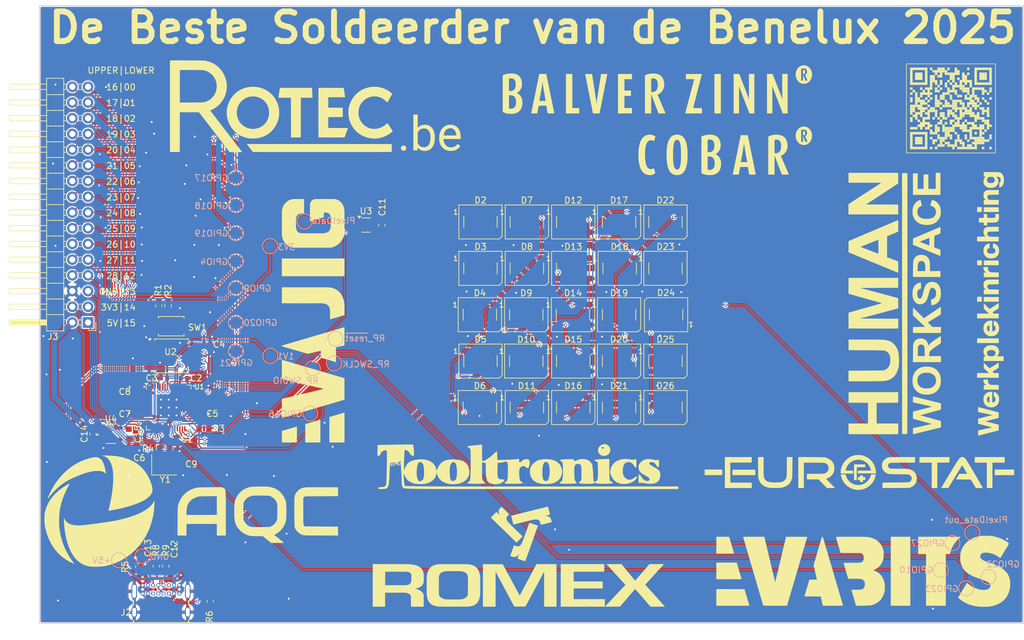
<source format=kicad_pcb>
(kicad_pcb (version 20241229) (generator "pcbnew") (generator_version "9.0")
  (layers (0 "F.Cu" signal) (2 "B.Cu" signal) (13 "F.Paste" user) (15 "B.Paste" user) (5 "F.SilkS" user "F.Silkscreen") (7 "B.SilkS" user "B.Silkscreen") (1 "F.Mask" user) (3 "B.Mask" user) (25 "Edge.Cuts" user))
  (net 0 "")
  (net 1 "GND")
  (net 2 "+5V")
  (net 3 "+3V3")
  (net 4 "Net-(U1-XIN)")
  (net 5 "Net-(U1-XOUT)")
  (net 6 "/GPIO23")
  (net 7 "/GPIO22")
  (net 8 "/GPIO21")
  (net 9 "/GPIO19")
  (net 10 "/GPIO20")
  (net 11 "/~{USB_BOOT}")
  (net 12 "/QSPI_SS")
  (net 13 "/PICO_RESET")
  (net 14 "/NeoPixel_data")
  (net 15 "/GPIO08")
  (net 16 "/GPIO28")
  (net 17 "/USB_D-")
  (net 18 "/GPIO07")
  (net 19 "/GPIO09")
  (net 20 "/GPIO26")
  (net 21 "/USB_D+")
  (net 22 "/GPIO18")
  (net 23 "/GPIO25")
  (net 24 "/GPIO03")
  (net 25 "/PICO_TMSS")
  (net 26 "/GPIO06")
  (net 27 "/GPIO17")
  (net 28 "/QSPI_SD2")
  (net 29 "/GPIO02")
  (net 30 "/GPIO12")
  (net 31 "/GPIO05")
  (net 32 "/QSPI_SCLK")
  (net 33 "/GPIO10")
  (net 34 "/GPIO01")
  (net 35 "/GPIO24")
  (net 36 "/GPIO13")
  (net 37 "/QSPI_SD1")
  (net 38 "/GPIO16")
  (net 39 "/GPIO00")
  (net 40 "/GPIO14")
  (net 41 "/GPIO15")
  (net 42 "/GPIO04")
  (net 43 "/QSPI_SD0")
  (net 44 "/GPIO11")
  (net 45 "/QSPI_SD3")
  (net 46 "/GPIO27")
  (net 47 "/PICO_TCKS")
  (net 48 "Net-(D2-DOUT)")
  (net 49 "Net-(D3-DOUT)")
  (net 50 "Net-(D4-DOUT)")
  (net 51 "Net-(D5-DOUT)")
  (net 52 "Net-(D6-DOUT)")
  (net 53 "Net-(D7-DOUT)")
  (net 54 "Net-(D8-DOUT)")
  (net 55 "Net-(D10-DIN)")
  (net 56 "Net-(D10-DOUT)")
  (net 57 "Net-(D11-DOUT)")
  (net 59 "/USB_P")
  (net 60 "/USB_N")
  (net 61 "Net-(J2-CC2)")
  (net 63 "Net-(J2-CC1)")
  (net 65 "Net-(D12-DOUT)")
  (net 66 "Net-(D13-DOUT)")
  (net 67 "Net-(D14-DOUT)")
  (net 68 "Net-(D15-DOUT)")
  (net 69 "Net-(D16-DOUT)")
  (net 70 "Net-(D17-DOUT)")
  (net 71 "Net-(D18-DOUT)")
  (net 72 "Net-(D19-DOUT)")
  (net 73 "Net-(D20-DOUT)")
  (net 74 "Net-(D21-DOUT)")
  (net 75 "Net-(D22-DOUT)")
  (net 76 "Net-(D23-DOUT)")
  (net 77 "Net-(D25-DOUT)")
  (net 78 "/NeoPixel_data_out")
  (net 79 "/+1v1")
  (net 80 "Net-(D2-DIN)")
  (net 81 "Net-(D24-DIN)")
  (footprint "LED_SMD:LED_WS2812B_PLCC4_5.0x5.0mm_P3.2mm" (layer "F.Cu") (at 177.55 96.35)
    (property "Reference" "D11")
    (property "Value" "WS2812B")
  )
  (footprint "_EVAbits_SilkLogos:romex" (layer "F.Cu") (at 176.13 120.483959)
    (property "Reference" "G***" (hide yes))
    (property "Value" "LOGO" (hide yes))
  )
  (footprint "_EVAbits_Passives:R_0603_1608Metric" (layer "F.Cu") (at 119.15 122 -90)
    (property "Reference" "R9")
    (property "Value" "27R")
  )
  (footprint "LED_SMD:LED_WS2812B_PLCC4_5.0x5.0mm_P3.2mm" (layer "F.Cu") (at 169.95 96.35)
    (property "Reference" "D6")
    (property "Value" "WS2812B")
  )
  (footprint "LED_SMD:LED_WS2812B_PLCC4_5.0x5.0mm_P3.2mm" (layer "F.Cu") (at 185.05 88.85)
    (property "Reference" "D15")
    (property "Value" "WS2812B")
  )
  (footprint "LED_SMD:LED_WS2812B_PLCC4_5.0x5.0mm_P3.2mm" (layer "F.Cu") (at 177.45 81.35)
    (property "Reference" "D9")
    (property "Value" "WS2812B")
  )
  (footprint "LED_SMD:LED_WS2812B_PLCC4_5.0x5.0mm_P3.2mm" (layer "F.Cu") (at 199.95 73.85)
    (property "Reference" "D23")
    (property "Value" "WS2812B")
  )
  (footprint "_EVAbits_Passives:C_0402_1005Metric" (layer "F.Cu") (at 125.85 86.1 180)
    (property "Reference" "C4")
    (property "Value" "0.1uF")
  )
  (footprint "Resistor_SMD:R_0603_1608Metric" (layer "F.Cu") (at 119.55 79.9 -90)
    (property "Reference" "R2")
    (property "Value" "DNP")
  )
  (footprint "_EVAbits_SilkLogos:tooltronics" (layer "F.Cu") (at 176.944738 105.572115)
    (property "Reference" "G***" (hide yes))
    (property "Value" "LOGO" (hide yes))
  )
  (footprint "_EVAbits_Passives:R_0603_1608Metric" (layer "F.Cu") (at 126.35 127.7 -90)
    (property "Reference" "R6")
    (property "Value" "5k1")
  )
  (footprint "_EVAbits_Passives:C_0402_1005Metric" (layer "F.Cu") (at 114.5 93.75)
    (property "Reference" "C8")
    (property "Value" "0.1uF")
  )
  (footprint "_EVAbits_Passives:R_0603_1608Metric" (layer "F.Cu") (at 113.8 122.1 90)
    (property "Reference" "R5")
    (property "Value" "5k1")
  )
  (footprint "LED_SMD:LED_WS2812B_PLCC4_5.0x5.0mm_P3.2mm" (layer "F.Cu") (at 177.55 66.35)
    (property "Reference" "D7")
    (property "Value" "WS2812B")
  )
  (footprint "LED_SMD:LED_WS2812B_PLCC4_5.0x5.0mm_P3.2mm" (layer "F.Cu") (at 192.45 66.35)
    (property "Reference" "D17")
    (property "Value" "WS2812B")
  )
  (footprint "LED_SMD:LED_WS2812B_PLCC4_5.0x5.0mm_P3.2mm" (layer "F.Cu") (at 199.95 88.85)
    (property "Reference" "D25")
    (property "Value" "WS2812B")
  )
  (footprint "_EVAbits_Passives:C_0402_1005Metric" (layer "F.Cu") (at 116.35 121.85 90)
    (property "Reference" "C13")
    (property "Value" "22pF")
  )
  (footprint "_EVAbits_Passives:C_0402_1005Metric" (layer "F.Cu") (at 116.2 105.6 90)
    (property "Reference" "C6")
    (property "Value" "10pf")
  )
  (footprint "_EVAbits_SilkLogos:eurostat" (layer "F.Cu") (at 231.3 106.777382)
    (property "Reference" "G***" (hide yes))
    (property "Value" "LOGO" (hide yes))
  )
  (footprint "LED_SMD:LED_WS2812B_PLCC4_5.0x5.0mm_P3.2mm" (layer "F.Cu") (at 192.45 81.35)
    (property "Reference" "D19")
    (property "Value" "WS2812B")
  )
  (footprint "_EVAbits_Passives:C_0603_1608Metric" (layer "F.Cu") (at 107.4 100.65 90)
    (property "Reference" "C14")
    (property "Value" "1uF")
  )
  (footprint "Package_SO:SOIC-8_5.23x5.23mm_P1.27mm" (layer "F.Cu") (at 120.1 88)
    (property "Reference" "U2")
    (property "Value" "W25Q128JVSIQ")
  )
  (footprint "LED_SMD:LED_WS2812B_PLCC4_5.0x5.0mm_P3.2mm" (layer "F.Cu") (at 192.45 88.85)
    (property "Reference" "D20")
    (property "Value" "WS2812B")
  )
  (footprint "_EVAbits_SilkLogos:evajig_logo_40x10" (layer "F.Cu") (at 142.75 82.55 90)
    (property "Reference" "V3" (hide yes))
    (property "Value" "evajig_logo" (hide yes))
  )
  (footprint "LED_SMD:LED_WS2812B_PLCC4_5.0x5.0mm_P3.2mm" (layer "F.Cu") (at 170.05 66.35)
    (property "Reference" "D2")
    (property "Value" "WS2812B")
  )
  (footprint "_EVAbits_connectors:GCT_USB4085-GF-A_REVB" (layer "F.Cu") (at 118.4 129.4375)
    (property "Reference" "J2")
    (property "Value" "USB4085-GF-A_REVB")
  )
  (footprint "LED_SMD:LED_WS2812B_PLCC4_5.0x5.0mm_P3.2mm" (layer "F.Cu") (at 199.95 66.35)
    (property "Reference" "D22")
    (property "Value" "WS2812B")
  )
  (footprint "LED_SMD:LED_WS2812B_PLCC4_5.0x5.0mm_P3.2mm" (layer "F.Cu") (at 185 81.35)
    (property "Reference" "D14")
    (property "Value" "WS2812B")
  )
  (footprint "LED_SMD:LED_WS2812B_PLCC4_5.0x5.0mm_P3.2mm" (layer "F.Cu") (at 192.55 73.85)
    (property "Reference" "D18")
    (property "Value" "WS2812B")
  )
  (footprint "LED_SMD:LED_WS2812B_PLCC4_5.0x5.0mm_P3.2mm" (layer "F.Cu") (at 200.05 81.35 180)
    (property "Reference" "D24")
    (property "Value" "WS2812B")
  )
  (footprint "_EVAbits_Passives:C_0402_1005Metric" (layer "F.Cu") (at 122.1 91.6 180)
    (property "Reference" "C2")
    (property "Value" "0.1uF")
  )
  (footprint "LED_SMD:LED_WS2812B_PLCC4_5.0x5.0mm_P3.2mm" (layer "F.Cu") (at 170.05 88.85)
    (property "Reference" "D5")
    (property "Value" "WS2812B")
  )
  (footprint "_EVAbits_Passives:R_0603_1608Metric" (layer "F.Cu") (at 119 102.9 180)
    (property "Reference" "R4")
    (property "Value" "1M")
  )
  (footprint "_EVAbits_Passives:C_0402_1005Metric" (layer "F.Cu") (at 124.8 97.35 180)
    (property "Reference" "C5")
    (property "Value" "0.1uF")
  )
  (footprint "_EVAbits_Passives:R_0603_1608Metric" (layer "F.Cu") (at 117.65 122 -90)
    (property "Reference" "R8")
    (property "Value" "27R")
  )
  (footprint "_EVAbits_Passives:C_0402_1005Metric" (layer "F.Cu") (at 121.1 101.5 90)
    (property "Reference" "C1")
    (property "Value" "0.1uF")
  )
  (footprint "Crystal:Crystal_SMD_3225-4Pin_3.2x2.5mm" (layer "F.Cu") (at 118.9 105.6)
    (property "Reference" "Y1")
    (property "Value" "12MHz,10pF")
  )
  (footprint "LED_SMD:LED_WS2812B_PLCC4_5.0x5.0mm_P3.2mm" (layer "F.Cu") (at 169.95 81.35)
    (property "Reference" "D4")
    (property "Value" "WS2812B")
  )
  (footprint "_EVAbits_Passives:C_0402_1005Metric" (layer "F.Cu") (at 120.45 121.95 -90)
    (property "Reference" "C12")
    (property "Value" "22pF")
  )
  (footprint "_EVAbits_SilkLogos:QRcode14mmx14mm" (layer "F.Cu") (at 246.1 48)
    (property "Reference" "V1" (hide yes))
    (property "Value" "QR-code" (hide yes))
  )
  (footprint "_EVAbits_Passives:C_0603_1608Metric" (layer "F.Cu") (at 154.1 66.9 90)
    (property "Reference" "C11")
    (property "Value" "1uF")
  )
  (footprint "LED_SMD:LED_WS2812B_PLCC4_5.0x5.0mm_P3.2mm" (layer "F.Cu") (at 185.05 66.35)
    (property "Reference" "D12")
    (property "Value" "WS2812B")
  )
  (footprint "_EVAbits_Passives:R_0603_1608Metric" (layer "F.Cu") (at 118.05 79.9 -90)
    (property "Reference" "R1")
    (property "Value" "1k5")
  )
  (footprint "LED_SMD:LED_WS2812B_PLCC4_5.0x5.0mm_P3.2mm" (layer "F.Cu") (at 199.95 96.35)
    (property "Reference" "D26")
    (property "Value" "WS2812B")
  )
  (footprint "_EVAbits_SilkLogos:rotec" (layer "F.Cu") (at 143.275494 48.454903)
    (property "Reference" "G***" (hide yes))
    (property "Value" "LOGO" (hide yes))
  )
  (footprint "_EVAbits_SilkLogos:humanworkspace" (layer "F.Cu") (at 241.549296 79.537458 90)
    (property "Reference" "G***" (hide yes))
    (property "Value" "LOGO" (hide yes))
  )
  (footprint "_EVAbits_Passives:C_0402_1005Metric" (layer "F.Cu") (at 121.8 105.5 90)
    (property "Reference" "C9")
    (property "Value" "10pf")
  )
  (footprint "_EVAbits_Passives:C_0603_1608Metric" (layer "F.Cu") (at 113.2 100.65 90)
    (property "Reference" "C15")
    (property "Value" "1uF")
  )
  (footprint "LED_SMD:LED_WS2812B_PLCC4_5.0x5.0mm_P3.2mm" (layer "F.Cu") (at 185.05 73.85)
    (property "Reference" "D13")
    (property "Value" "WS2812B")
  )
  (footprint "_EVAbits_Passives:C_0402_1005Metric" (layer "F.Cu") (at 114.5 97.35)
    (property "Reference" "C7")
    (property "Value" "0.1uF")
  )
  (footprint "LED_SMD:LED_WS2812B_PLCC4_5.0x5.0mm_P3.2mm" (layer "F.Cu") (at 177.55 73.85)
    (property "Reference" "D8")
    (property "Value" "WS2812B")
  )
  (footprint "LED_SMD:LED_WS2812B_PLCC4_5.0x5.0mm_P3.2mm" (layer "F.Cu") (at 170.05 73.85)
    (property "Reference" "D3")
    (property "Value" "WS2812B")
  )
  (footprint "LED_SMD:LED_WS2812B_PLCC4_5.0x5.0mm_P3.2mm" (layer "F.Cu") (at 177.45 88.85)
    (property "Reference" "D10")
    (property "Value" "WS2812B")
  )
  (footprint "_EVAbits_Passives:C_0402_1005Metric" (layer "F.Cu") (at 118.9 91.6)
    (property "Reference" "C3")
    (property "Value" "0.1uF")
  )
  (footprint "Package_TO_SOT_SMD:SOT-353_SC-70-5" (layer "F.Cu") (at 151.55 66.85)
    (property "Reference" "U3")
    (property "Value" "74HCT1G125GW")
  )
  (footprint "_EVAbits_Package:QFN-56-1EP_7x7mm_P0.4mm_EP3.1x3.1mm_ThermalVias" (layer "F.Cu") (at 119.65 96.35)
    (property "Reference" "U1")
    (property "Value" "RP2040")
  )
  (footprint "LED_SMD:LED_WS2812B_PLCC4_5.0x5.0mm_P3.2mm" (layer "F.Cu") (at 185.05 96.35)
    (property "Reference" "D16")
    (property "Value" "WS2812B")
  )
  (footprint "Button_Switch_SMD:SW_Push_SPST_NO_Alps_SKRK" (layer "F.Cu") (at 120.05 83.2 180)
    (property "Reference" "SW1")
    (property "Value" "SKRKAGE020")
  )
  (footprint "_EVAbits_SilkLogos:Cobar" (layer "F.Cu") (at 198.65 49.9)
    (property "Reference" "G***" (hide yes))
    (property "Value" "LOGO" (hide yes))
  )
  (footprint "Connector_PinHeader_2.54mm:PinHeader_2x16_P2.54mm_Horizontal" (layer "F.Cu") (at 106.61 82.605 180)
    (property "Reference" "J3")
    (property "Value" "Conn_02x16_Odd_Even")
  )
  (footprint "_EVAbits_Passives:R_0603_1608Metric" (layer "F.Cu") (at 125.35 99.75)
    (property "Reference" "R3")
    (property "Value" "10K")
  )
  (footprint "Package_TO_SOT_SMD:TSOT-23-5" (layer "F.Cu") (at 110.3 100.6)
    (property "Reference" "U4")
    (property "Value" "AP2112K-3.3V")
  )
  (footprint "_EVAbits_SilkLogos:AQC" (layer "F.Cu") (at 123.151107 113.081182)
    (property "Reference" "G***" (hide yes))
    (property "Value" "LOGO" (hide yes))
  )
  (footprint "LED_SMD:LED_WS2812B_PLCC4_5.0x5.0mm_P3.2mm" (layer "F.Cu") (at 192.45 96.35)
    (property "Reference" "D21")
    (property "Value" "WS2812B")
  )
  (footprint "_EVAbits_SilkLogos:EVAbits_newlogo 48x12mm" (layer "F.Cu") (at 231.95 122.8)
    (property "Reference" "V2" (hide yes))
    (property "Value" "EVAbits_logo" (hide yes))
  )
  (footprint "_EVAbits_connectors:TestPoint_Pad_D1.5mm" (layer "B.Cu") (at 115.4 120.38 180)
    (property "Reference" "TP3" (hide yes))
    (property "Value" "GND")
  )
  (footprint "_EVAbits_connectors:TestPoint_Pad_D1.5mm" (layer "B.Cu") (at 111.61 121.03 180)
    (property "Reference" "TP1" (hide yes))
    (property "Value" "+5V")
  )
  (footprint "_EVAbits_connectors:TestPoint_Pad_D1.5mm" (layer "B.Cu") (at 130.51 87.24 180)
    (property "Reference" "TP55" (hide yes))
    (property "Value" "GPIO21")
  )
  (footprint "_EVAbits_connectors:TestPoint_Pad_D1.5mm" (layer "B.Cu") (at 248.56 125.57 180)
    (property "Reference" "TP33" (hide yes))
    (property "Value" "GPIO23")
  )
  (footprint "_EVAbits_connectors:TestPoint_Pad_D1.5mm" (layer "B.Cu") (at 146.6 85.23 -90)
    (property "Reference" "TP75" (hide yes))
    (property "Value" "RP_~{reset}")
  )
  (footprint "_EVAbits_connectors:TestPoint_Pad_D1.5mm" (layer "B.Cu") (at 249.54 116.57 180)
    (property "Reference" "TP29" (hide yes))
    (property "Value" "PixelData_out")
  )
  (footprint "_EVAbits_connectors:TestPoint_Pad_D1.5mm" (layer "B.Cu") (at 244.45 122.63 180)
    (property "Reference" "TP31" (hide yes))
    (property "Value" "GPIO10")
  )
  (footprint "_EVAbits_connectors:TestPoint_Pad_D1.5mm" (layer "B.Cu") (at 130.51 68.15 180)
    (property "Reference" "TP60" (hide yes))
    (property "Value" "GPIO19")
  )
  (footprint "_EVAbits_connectors:TestPoint_Pad_D1.5mm" (layer "B.Cu") (at 142.54 97.29 180)
    (property "Reference" "TP83" (hide yes))
    (property "Value" "GPIO16")
  )
  (footprint "_EVAbits_connectors:TestPoint_Pad_D1.5mm" (layer "B.Cu") (at 142.94 90 180)
    (property "Reference" "TP74" (hide yes))
    (property "Value" "RP_SWDIO")
  )
  (footprint "_EVAbits_connectors:TestPoint_Pad_D1.5mm" (layer "B.Cu") (at 146.36 89.18 180)
    (property "Reference" "TP76" (hide yes))
    (property "Value" "RP_SWCLK")
  )
  (footprint "_EVAbits_connectors:TestPoint_Pad_D1.5mm" (layer "B.Cu") (at 246.33 118.24 180)
    (property "Reference" "TP28" (hide yes))
    (property "Value" "GPIO27")
  )
  (footprint "_EVAbits_connectors:TestPoint_Pad_D1.5mm" (layer "B.Cu") (at 141.61 66.26 180)
    (property "Reference" "TP84" (hide yes))
    (property "Value" "PixelData")
  )
  (footprint "_EVAbits_connectors:TestPoint_Pad_D1.5mm" (layer "B.Cu") (at 130.51 59.2 180)
    (property "Reference" "TP62" (hide yes))
    (property "Value" "GPIO17")
  )
  (footprint "_EVAbits_connectors:TestPoint_Pad_D1.5mm" (layer "B.Cu") (at 130.51 63.63 180)
    (property "Reference" "TP61" (hide yes))
    (property "Value" "GPIO18")
  )
  (footprint "_EVAbits_connectors:TestPoint_Pad_D1.5mm" (layer "B.Cu") (at 136.03 70.26 180)
    (property "Reference" "TP64" (hide yes))
    (property "Value" "3V3")
  )
  (footprint "_EVAbits_connectors:TestPoint_Pad_D1.5mm" (layer "B.Cu") (at 136.08 88.01 180)
    (property "Reference" "TP63" (hide yes))
    (property "Value" "1V1")
  )
  (footprint "_EVAbits_connectors:TestPoint_Pad_D1.5mm" (layer "B.Cu") (at 130.51 82.64 180)
    (property "Reference" "TP56" (hide yes))
    (property "Value" "GPIO20")
  )
  (footprint "_EVAbits_connectors:TestPoint_Pad_D1.5mm" (layer "B.Cu") (at 130.51 72.68 180)
    (property "Reference" "TP59" (hide yes))
    (property "Value" "GPIO4")
  )
  (footprint "_EVAbits_connectors:TestPoint_Pad_D1.5mm" (layer "B.Cu") (at 252.17 123.72 180)
    (property "Reference" "TP32" (hide yes))
    (property "Value" "GPIO22")
  )
  (footprint "_EVAbits_connectors:TestPoint_Pad_D1.5mm" (layer "B.Cu") (at 130.51 77.03 180)
    (property "Reference" "TP57" (hide yes))
    (property "Value" "GPIO9")
  )
  (gr_line (start 98.75 31.4) (end 98.75 131.25) (stroke (width 0.15)) (layer "Edge.Cuts"))
  (gr_line (start 257.85 31.4) (end 98.75 31.4) (stroke (width 0.15)) (layer "Edge.Cuts"))
  (gr_line (start 257.85 131.25) (end 257.85 31.4) (stroke (width 0.15)) (layer "Edge.Cuts"))
  (gr_line (start 98.75 131.25) (end 257.85 131.25) (stroke (width 0.15)) (layer "Edge.Cuts"))
  (gr_text "22|06" (at 109.45 60.403333 0) (layer "F.SilkS") (effects (font (size 1 1)) (justify left bottom)))
  (gr_text "5V|15" (at 109.55 83.283333 0) (layer "F.SilkS") (effects (font (size 1 1)) (justify left bottom)))
  (gr_text "16|00" (at 109.45 45.15 0) (layer "F.SilkS") (effects (font (size 1 1)) (justify left bottom)))
  (gr_text "3V3|14" (at 108.6 80.741111 0) (layer "F.SilkS") (effects (font (size 1 1)) (justify left bottom)))
  (gr_text "23|07" (at 109.45 62.945555 0) (layer "F.SilkS") (effects (font (size 1 1)) (justify left bottom)))
  (gr_text "19|03" (at 109.45 52.776667 0) (layer "F.SilkS") (effects (font (size 1 1)) (justify left bottom)))
  (gr_text "18|02" (at 109.45 50.234444 0) (layer "F.SilkS") (effects (font (size 1 1)) (justify left bottom)))
  (gr_text "UPPER|LOWER" (at 106.45 42.45 0) (layer "F.SilkS") (effects (font (size 1 1)) (justify left bottom)))
  (gr_text "21|05" (at 109.45 57.861111 0) (layer "F.SilkS") (effects (font (size 1 1)) (justify left bottom)))
  (gr_text "28|12" (at 109.45 75.656666 0) (layer "F.SilkS") (effects (font (size 1 1)) (justify left bottom)))
  (gr_text "17|01" (at 109.45 47.692222 0) (layer "F.SilkS") (effects (font (size 1 1)) (justify left bottom)))
  (gr_text "25|09" (at 109.45 68.03 0) (layer "F.SilkS") (effects (font (size 1 1)) (justify left bottom)))
  (gr_text "27|11" (at 109.45 73.114444 0) (layer "F.SilkS") (effects (font (size 1 1)) (justify left bottom)))
  (gr_text "20|04" (at 109.45 55.318889 0) (layer "F.SilkS") (effects (font (size 1 1)) (justify left bottom)))
  (gr_text "De Beste Soldeerder van de Benelux 2025" (at 99.8 34.95 0) (layer "F.SilkS") (effects (font (size 4.8 4.8) (thickness 0.95) (bold yes)) (justify left)))
  (gr_text "GND|13" (at 108.3 78.2 0) (layer "F.SilkS") (effects (font (size 1 1)) (justify left bottom)))
  (gr_text "26|10" (at 109.45 70.572222 0) (layer "F.SilkS") (effects (font (size 1 1)) (justify left bottom)))
  (gr_text "24|08" (at 109.45 65.487778 0) (layer "F.SilkS") (effects (font (size 1 1)) (justify left bottom)))
  (segment (start 113.35 97.35) (end 113.25 97.25) (width 0.2) (layer "F.Cu") (net 1))
  (segment (start 108.3 100.6) (end 108.15 100.75) (width 0.2) (layer "F.Cu") (net 1))
  (segment (start 117.8 104.75) (end 116.55 104.75) (width 0.3) (layer "F.Cu") (net 1))
  (segment (start 116.55 104.75) (end 116.2 105.1) (width 0.3) (layer "F.Cu") (net 1))
  (segment (start 118.65 99.7875) (end 118.65 99) (width 0.2) (layer "F.Cu") (net 1))
  (segment (start 107.4 101.45) (end 107.45 101.45) (width 0.2) (layer "F.Cu") (net 1))
  (segment (start 114 93.75) (end 114 93.65) (width 0.2) (layer "F.Cu") (net 1))
  (segment (start 109.1625 100.6) (end 108.3 100.6) (width 0.2) (layer "F.Cu") (net 1))
  (segment (start 107.45 101.45) (end 108.15 100.75) (width 0.2) (layer "F.Cu") (net 1))
  (segment (start 114 93.65) (end 113.35 93) (width 0.2) (layer "F.Cu") (net 1))
  (segment (start 114 97.35) (end 113.35 97.35) (width 0.2) (layer "F.Cu") (net 1))
  (segment (start 125.3 97.35) (end 126.15 97.35) (width 0.3) (layer "F.Cu") (net 1))
  (via (at 202.5 77.7) (size 0.56) (drill 0.3) (layers "F.Cu" "B.Cu") (net 1))
  (via (at 196.2 77.6) (size 0.56) (drill 0.3) (layers "F.Cu" "B.Cu") (net 1))
  (via (at 110.4 57.4) (size 0.56) (drill 0.3) (layers "F.Cu" "B.Cu") (net 1))
  (via (at 118.25 89.1) (size 0.56) (drill 0.3) (layers "F.Cu" "B.Cu") (net 1))
  (via (at 175.8 77.8) (size 0.56) (drill 0.3) (layers "F.Cu" "B.Cu") (net 1))
  (via (at 144.85 98.8) (size 0.56) (drill 0.3) (layers "F.Cu" "B.Cu") (net 1))
  (via (at 167.8 77.6) (size 0.56) (drill 0.3) (layers "F.Cu" "B.Cu") (net 1))
  (via (at 122.5 57.2) (size 0.56) (drill 0.3) (layers "F.Cu" "B.Cu") (net 1))
  (via (at 126.15 97.35) (size 0.56) (drill 0.3) (layers "F.Cu" "B.Cu") (net 1))
  (via (at 129.05 107.25) (size 0.56) (drill 0.3) (layers "F.Cu" "B.Cu") (net 1))
  (via (at 189.7 92.6) (size 0.56) (drill 0.3) (layers "F.Cu" "B.Cu") (net 1))
  (via (at 146.15 102.7) (size 0.56) (drill 0.3) (layers "F.Cu" "B.Cu") (net 1))
  (via (at 121.4 103.4) (size 0.56) (drill 0.3) (layers "F.Cu" "B.Cu") (net 1))
  (via (at 112.45 47.45) (size 0.56) (drill 0.3) (layers "F.Cu" "B.Cu") (net 1))
  (via (at 124 65.35) (size 0.56) (drill 0.3) (layers "F.Cu" "B.Cu") (net 1))
  (via (at 255.2 117.6) (size 0.56) (drill 0.3) (layers "F.Cu" "B.Cu") (net 1))
  (via (at 192.2 70.3) (size 0.56) (drill 0.3) (layers "F.Cu" "B.Cu") (net 1))
  (via (at 125.9 55.45) (size 0.56) (drill 0.3) (layers "F.Cu" "B.Cu") (net 1))
  (via (at 109.45 67.3) (size 0.56) (drill 0.3) (layers "F.Cu" "B.Cu") (net 1))
  (via (at 117.3 52.1) (size 0.56) (drill 0.3) (layers "F.Cu" "B.Cu") (net 1))
  (via (at 122 107.3) (size 0.56) (drill 0.3) (layers "F.Cu" "B.Cu") (net 1))
  (via (at 108.65 65.6) (size 0.56) (drill 0.3) (layers "F.Cu" "B.Cu") (net 1))
  (via (at 126.25 49.65) (size 0.56) (drill 0.3) (layers "F.Cu" "B.Cu") (net 1))
  (via (at 115.05 65.05) (size 0.56) (drill 0.3) (layers "F.Cu" "B.Cu") (net 1))
  (via (at 123.8 70.05) (size 0.56) (drill 0.3) (layers "F.Cu" "B.Cu") (net 1))
  (via (at 199.1 84.7) (size 0.56) (drill 0.3) (layers "F.Cu" "B.Cu") (net 1))
  (via (at 124.8 62.7) (size 0.56) (drill 0.3) (layers "F.Cu" "B.Cu") (net 1))
  (via (at 126.65 84.9) (size 0.56) (drill 0.3) (layers "F.Cu" "B.Cu") (net 1))
  (via (at 114.9 103.3) (size 0.56) (drill 0.3) (layers "F.Cu" "B.Cu") (net 1))
  (via (at 104.8 106.2) (size 0.56) (drill 0.3) (layers "F.Cu" "B.Cu") (net 1))
  (via (at 100.95 56.9) (size 0.56) (drill 0.3) (layers "F.Cu" "B.Cu") (net 1))
  (via (at 243.05 114.5) (size 0.56) (drill 0.3) (layers "F.Cu" "B.Cu") (net 1))
  (via (at 133.9 95.65) (size 0.56) (drill 0.3) (layers "F.Cu" "B.Cu") (net 1))
  (via (at 175.4 70.1) (size 0.56) (drill 0.3) (layers "F.Cu" "B.Cu") (net 1))
  (via (at 132.05 100.65) (size 0.56) (drill 0.3) (layers "F.Cu" "B.Cu") (net 1))
  (via (at 114.7 62.5) (size 0.56) (drill 0.3) (layers "F.Cu" "B.Cu") (net 1))
  (via (at 169.9 97.7) (size 0.56) (drill 0.3) (layers "F.Cu" "B.Cu") (net 1))
  (via (at 202.2 70) (size 0.56) (drill 0.3) (layers "F.Cu" "B.Cu") (net 1))
  (via (at 129.8 57.15) (size 0.56) (drill 0.3) (layers "F.Cu" "B.Cu") (net 1))
  (via (at 115.3 70) (size 0.56) (drill 0.3) (layers "F.Cu" "B.Cu") (net 1))
  (via (at 243.2 128.85) (size 0.56) (drill 0.3) (layers "F.Cu" "B.Cu") (net 1))
  (via (at 115.7 93) (size 0.56) (drill 0.3) (layers "F.Cu" "B.Cu") (net 1))
  (via (at 182.1 116.05) (size 0.56) (drill 0.3) (layers "F.Cu" "B.Cu") (net 1))
  (via (at 120.7 72.55) (size 0.56) (drill 0.3) (layers "F.Cu" "B.Cu") (net 1))
  (via (at 116 55.15) (size 0.56) (drill 0.3) (layers "F.Cu" "B.Cu") (net 1))
  (via (at 123.7 92.85) (size 0.56) (drill 0.3) (layers "F.Cu" "B.Cu") (net 1))
  (via (at 190.4 77.7) (size 0.56) (drill 0.3) (layers "F.Cu" "B.Cu") (net 1))
  (via (at 108.6 72.65) (size 0.56) (drill 0.3) (layers "F.Cu" "B.Cu") (net 1))
  (via (at 179.5 100.9) (size 0.56) (drill 0.3) (layers "F.Cu" "B.Cu") (net 1))
  (via (at 139.05 127.25) (size 0.56) (drill 0.3) (layers "F.Cu" "B.Cu") (net 1))
  (via (at 109.5 44.55) (size 0.56) (drill 0.3) (layers "F.Cu" "B.Cu") (net 1))
  (via (at 182.4 84.9) (size 0.56) (drill 0.3) (layers "F.Cu" "B.Cu") (net 1))
  (via (at 99.9 91) (size 0.56) (drill 0.3) (layers "F.Cu" "B.Cu") (net 1))
  (via (at 168 84.8) (size 0.56) (drill 0.3) (layers "F.Cu" "B.Cu") (net 1))
  (via (at 126.35 47.85) (size 0.56) (drill 0.3) (layers "F.Cu" "B.Cu") (net 1))
  (via (at 115.25 74.9) (size 0.56) (drill 0.3) (layers "F.Cu" "B.Cu") (net 1))
  (via (at 123.75 75.25) (size 0.56) (drill 0.3) (layers "F.Cu" "B.Cu") (net 1))
  (via (at 113.2 107.55) (size 0.56) (drill 0.3) (layers "F.Cu" "B.Cu") (net 1))
  (via (at 108.4 60.45) (size 0.56) (drill 0.3) (layers "F.Cu" "B.Cu") (net 1))
  (via (at 110.45 52.05) (size 0.56) (drill 0.3) (layers "F.Cu" "B.Cu") (net 1))
  (via (at 129 59.9) (size 0.56) (drill 0.3) (layers "F.Cu" "B.Cu") (net 1))
  (via (at 108.5 55.4) (size 0.56) (drill 0.3) (layers "F.Cu" "B.Cu") (net 1))
  (via (at 184.4 119.35) (size 0.56) (drill 0.3) (layers "F.Cu" "B.Cu") (net 1))
  (via (at 99.4 84.8) (size 0.56) (drill 0.3) (layers "F.Cu" "B.Cu") (net 1))
  (via (at 101.75 127.55) (size 0.56) (drill 0.3) (layers "F.Cu" "B.Cu") (net 1))
  (via (at 126.068859 92.818859) (size 0.56) (drill 0.3) (layers "F.Cu" "B.Cu") (net 1))
  (via (at 126.95 87.4) (size 0.56) (drill 0.3) (layers "F.Cu" "B.Cu") (net 1))
  (via (at 104.15 85.2) (size 0.56) (drill 0.3) (layers "F.Cu" "B.Cu") (net 1))
  (via (at 101.35 44.15) (size 0.56) (drill 0.3) (layers "F.Cu" "B.Cu") (net 1))
  (via (at 128.7 67.3) (size 0.56) (drill 0.3) (layers "F.Cu" "B.Cu") (net 1))
  (via (at 182.7 92.7) (size 0.56) (drill 0.3) (layers "F.Cu" "B.Cu") (net 1))
  (via (at 110.05 62.5) (size 0.56) (drill 0.3) (layers "F.Cu" "B.Cu") (net 1))
  (via (at 136.65 107.4) (size 0.56) (drill 0.3) (layers "F.Cu" "B.Cu") (net 1))
  (via (at 113.85 88.4) (size 0.56) (drill 0.3) (layers "F.Cu" "B.Cu") (net 1))
  (via (at 99.95 105.15) (size 0.56) (drill 0.3) (layers "F.Cu" "B.Cu") (net 1))
  (via (at 116.9 50.2) (size 0.56) (drill 0.3) (layers "F.Cu" "B.Cu") (net 1))
  (via (at 115.35 72.65) (size 0.56) (drill 0.3) (layers "F.Cu" "B.Cu") (net 1))
  (via (at 128.9 63.3) (size 0.56) (drill 0.3) (layers "F.Cu" "B.Cu") (net 1))
  (via (at 127.2 75.45) (size 0.56) (drill 0.3) (layers "F.Cu" "B.Cu") (net 1))
  (via (at 102.05 90.25) (size 0.56) (drill 0.3) (layers "F.Cu" "B.Cu") (net 1))
  (via (at 115.3 67.25) (size 0.56) (drill 0.3) (layers "F.Cu" "B.Cu") (net 1))
  (via (at 121.45 85.9) (size 0.56) (drill 0.3) (layers "F.Cu" "B.Cu") (net 1))
  (via (at 189.7 84.9) (size 0.56) (drill 0.3) (layers "F.Cu" "B.Cu") (net 1))
  (via (at 167.7 70.1) (size 0.56) (drill 0.3) (layers "F.Cu" "B.Cu") (net 1))
  (via (at 126.35 80.95) (size 0.56) (drill 0.3) (layers "F.Cu" "B.Cu") (net 1))
  (via (at 118.65 99) (size 0.56) (drill 0.3) (layers "F.Cu" "B.Cu") (net 1))
  (via (at 115.7 83.2) (size 0.56) (drill 0.3) (layers "F.Cu" "B.Cu") (net 1))
  (via (at 123.85 52.55) (size 0.56) (drill 0.3) (layers "F.Cu" "B.Cu") (net 1))
  (via (at 122.25 60.2) (size 0.56) (drill 0.3) (layers "F.Cu" "B.Cu") (net 1))
  (via (at 113.25 97.25) (size 0.56) (drill 0.3) (layers "F.Cu" "B.Cu") (net 1))
  (via (at 175.2 92.5) (size 0.56) (drill 0.3) (layers "F.Cu" "B.Cu") (net 1))
  (via (at 138.7 116.75) (size 0.56) (drill 0.3) (layers "F.Cu" "B.Cu") (net 1))
  (via (at 121.45 80.3) (size 0.56) (drill 0.3) (layers "F.Cu" "B.Cu") (net 1))
  (via (at 127.75 70.1) (size 0.56) (drill 0.3) (layers "F.Cu" "B.Cu") (net 1))
  (via (at 187.7 128.05) (size 0.56) (drill 0.3) (layers "F.Cu" "B.Cu") (net 1))
  (via (at 132.05 118.15) (size 0.56) (drill 0.3) (layers "F.Cu" "B.Cu") (net 1))
  (via (at 108.15 100.75) (size 0.56) (drill 0.3) (layers "F.Cu" "B.Cu") (net 1))
  (via (at 109.1 102.9) (size 0.56) (drill 0.3) (layers "F.Cu" "B.Cu") (net 1))
  (via (at 129.7 97.75) (size 0.56) (drill 0.3) (layers "F.Cu" "B.Cu") (net 1))
  (via (at 116 85) (size 0.56) (drill 0.3) (layers "F.Cu" "B.Cu") (net 1))
  (via (at 101.35 70.2) (size 0.56) (drill 0.3) (layers "F.Cu" "B.Cu") (net 1))
  (via (at 114.95 57.35) (size 0.56) (drill 0.3) (layers "F.Cu" "B.Cu") (net 1))
  (via (at 113.35 93) (size 0.56) (drill 0.3) (layers "F.Cu" "B.Cu") (net 1))
  (via (at 120.7 118.75) (size 0.56) (drill 0.3) (layers "F.Cu" "B.Cu") (net 1))
  (via (at 198.6 92.8) (size 0.56) (drill 0.3) (layers "F.Cu" "B.Cu") (net 1))
  (via (at 114.8 59.95) (size 0.56) (drill 0.3) (layers "F.Cu" "B.Cu") (net 1))
  (via (at 183.3 70.2) (size 0.56) (drill 0.3) (layers "F.Cu" "B.Cu") (net 1))
  (segment (start 177.6 67.2) (end 175.1 64.7) (width 1) (layer "F.Cu") (net 2))
  (segment (start 190 87.2) (end 191.078 86.122) (width 1) (layer "F.Cu") (net 2))
  (segment (start 171.3 85.1) (end 169.9 83.7) (width 1) (layer "F.Cu") (net 2))
  (segment (start 167.5 94.7) (end 167.5 93.1) (width 1) (layer "F.Cu") (net 2))
  (segment (start 180.55 77.7) (end 179 77.7) (width 1) (layer "F.Cu") (net 2))
  (segment (start 152.5 66.2) (end 154 66.2) (width 0.2) (layer "F.Cu") (net 2))
  (segment (start 109.1625 101.55) (end 109.54613 101.55) (width 0.3) (layer "F.Cu") (net 2))
  (segment (start 182.55 79.7) (end 183.95 78.3) (width 1) (layer "F.Cu") (net 2))
  (segment (start 197.5 87.2) (end 198.3 87.2) (width 1) (layer "F.Cu") (net 2))
  (segment (start 193.05 67.45) (end 194.1 66.4) (width 1) (layer "F.Cu") (net 2))
  (segment (start 106.15 100.35) (end 106.65 99.85) (width 1) (layer "F.Cu") (net 2))
  (segment (start 170.25 89.85) (end 167.6 87.2) (width 1) (layer "F.Cu") (net 2))
  (segment (start 188.5 73.8) (end 190.1 72.2) (width 1) (layer "F.Cu") (net 2))
  (segment (start 182.6 72.2) (end 180.6 70.2) (width 1) (layer "F.Cu") (net 2))
  (segment (start 156.675 100.625) (end 162.6 94.7) (width 1) (layer "F.Cu") (net 2))
  (segment (start 183.95 78.3) (end 188.6 78.3) (width 1) (layer "F.Cu") (net 2))
  (segment (start 180.6 70.2) (end 179.1 70.2) (width 1) (layer "F.Cu") (net 2))
  (segment (start 154 66.2) (end 154.1 66.1) (width 0.2) (layer "F.Cu") (net 2))
  (segment (start 175 87.2) (end 172.9 85.1) (width 1) (layer "F.Cu") (net 2))
  (segment (start 125.9 115) (end 130.95 115) (width 1) (layer "F.Cu") (net 2))
  (segment (start 120.15 127.3) (end 120.525 126.925) (width 0.5) (layer "F.Cu") (net 2))
  (segment (start 188.922 86.122) (end 190 87.2) (width 1) (layer "F.Cu") (net 2))
  (segment (start 182.55 78.15) (end 185.65 75.05) (width 1) (layer "F.Cu") (net 2))
  (segment (start 176.2 95.8) (end 181.5 95.8) (width 1) (layer "F.Cu") (net 2))
  (segment (start 188 70.1) (end 186.428134 70.1) (width 1) (layer "F.Cu") (net 2))
  (segment (start 109.5 108.8) (end 106.15 105.45) (width 1) (layer "F.Cu") (net 2))
  (segment (start 179 77.7) (end 177.7 76.4) (width 1) (layer "F.Cu") (net 2))
  (segment (start 195.8 66.4) (end 197.5 64.7) (width 1) (layer "F.Cu") (net 2))
  (segment (start 125.75 115) (end 119.55 108.8) (width 1) (layer "F.Cu") (net 2))
  (segment (start 186.428134 70.1) (end 185.1 68.771866) (width 1) (layer "F.Cu") (net 2))
  (segment (start 182.6 87.2) (end 183.678 86.122) (width 1) (layer "F.Cu") (net 2))
  (segment (start 182.55 79.7) (end 182.55 78.15) (width 1) (layer "F.Cu") (net 2))
  (segment (start 175.1 94.7) (end 176.2 95.8) (width 1) (layer "F.Cu") (net 2))
  (segment (start 106.65 99.85) (end 107.4 99.85) (width 1) (layer "F.Cu") (net 2))
  (segment (start 194 70.2) (end 195.5 70.2) (width 1) (layer "F.Cu") (net 2))
  (segment (start 106.15 105.45) (end 106.15 100.35) (width 1) (layer "F.Cu") (net 2))
  (segment (start 179.2 81.3) (end 180.95 81.3) (width 1) (layer "F.Cu") (net 2))
  (segment (start 181.5 95.8) (end 182.6 94.7) (width 1) (layer "F.Cu") (net 2))
  (segment (start 185.1 67.2) (end 182.6 64.7) (width 1) (layer "F.Cu") (net 2))
  (segment (start 191.078 86.122) (end 196.422 86.122) (width 1) (layer "F.Cu") (net 2))
  (segment (start 167.5 93.1) (end 170.75 89.85) (width 1) (layer "F.Cu") (net 2))
  (segment (start 175.1 72.2) (end 173.1 70.2) (width 1) (layer "F.Cu") (net 2))
  (segment (start 178.15 82.35) (end 177 83.5) (width 1) (layer "F.Cu") (net 2))
  (segment (start 184.45 74.05) (end 182.6 72.2) (width 1) (layer "F.Cu") (net 2))
  (segment (start 190.1 72.2) (end 188 70.1) (width 1) (layer "F.Cu") (net 2))
  (segment (start 192.15 68.35) (end 193.05 67.45) (width 1) (layer "F.Cu") (net 2))
  (segment (start 116.75 127.3) (end 120.15 127.3) (width 0.5) (layer "F.Cu") (net 2))
  (segment (start 185.1 68.771866) (end 185.1 67.2) (width 1) (layer "F.Cu") (net 2))
  (segment (start 109.54613 101.55) (end 110.35 100.74613) (width 0.3) (layer "F.Cu") (net 2))
  (segment (start 175 85.5) (end 175.4 85.1) (width 1) (layer "F.Cu") (net 2))
  (segment (start 130.95 115) (end 145.325 100.625) (width 1) (layer "F.Cu") (net 2))
  (segment (start 109.824999 99.65) (end 109.1625 99.65) (width 0.3) (layer "F.Cu") (net 2))
  (segment (start 177.6 68.7) (end 177.6 67.2) (width 1) (layer "F.Cu") (net 2))
  (segment (start 167.5 94.7) (end 168.578 95.778) (width 1) (layer "F.Cu") (net 2))
  (segment (start 192.15 66.85) (end 190 64.7) (width 1) (layer "F.Cu") (net 2))
  (segment (start 168.578 95.778) (end 174.022 95.778) (width 1) (layer "F.Cu") (net 2))
  (segment (start 175 85.5) (end 176.2 84.3) (width 1) (layer "F.Cu") (net 2))
  (segment (start 169.9 83.7) (end 169.9 82.1) (width 1) (layer "F.Cu") (net 2))
  (segment (start 121.05 124) (end 123.15 121.9) (width 1) (layer "F.Cu") (net 2))
  (segment (start 182.6 94.7) (end 183.678 95.778) (width 1) (layer "F.Cu") (net 2))
  (segment (start 196.4 95.8) (end 197.5 94.7) (width 1) (layer "F.Cu") (net 2))
  (segment (start 125.9 115) (end 125.75 115) (width 1) (layer "F.Cu") (net 2))
  (segment (start 106.15 100.35) (end 106.15 99.6) (width 1) (layer "F.Cu") (net 2))
  (segment (start 191.1 95.8) (end 196.4 95.8) (width 1) (layer "F.Cu") (net 2))
  (segment (start 177.7 76.4) (end 177.7 74.8) (width 1) (layer "F.Cu") (net 2))
  (segment (start 116.275 126.4275) (end 116.275 126.825) (width 0.5) (layer "F.Cu") (net 2))
  (segment (start 173.1 70.2) (end 171.528134 70.2) (width 1) (layer "F.Cu") (net 2))
  (segment (start 171.5 77.5) (end 170.2 76.2) (width 1) (layer "F.Cu") (net 2))
  (segment (start 177 81.7) (end 175 79.7) (width 1) (layer "F.Cu") (net 2))
  (segment (start 186.9 73.8) (end 188.5 73.8) (width 1) (layer "F.Cu") (net 2))
  (segment (start 192.15 68.35) (end 194 70.2) (width 1) (layer "F.Cu") (net 2))
  (segment (start 169.9 82.1) (end 167.5 79.7) (width 1) (layer "F.Cu") (net 2))
  (segment (start 170.2 76.2) (end 170.2 74.8) (width 1) (layer "F.Cu") (net 2))
  (segment (start 182.55 79.7) (end 180.55 77.7) (width 1) (layer "F.Cu") (net 2))
  (segment (start 145.325 100.625) (end 156.675 100.625) (width 1) (layer "F.Cu") (net 2))
  (segment (start 192.15 68.35) (end 192.15 66.85) (width 1) (layer "F.Cu") (net 2))
  (segment (start 194.1 66.4) (end 195.8 66.4) (width 1) (layer "F.Cu") (net 2))
  (segment (start 188.922 95.778) (end 190 94.7) (width 1) (layer "F.Cu") (net 2))
  (segment (start 155.5 64.7) (end 167.6 64.7) (width 1) (layer "F.Cu") (net 2))
  (segment (start 123.15 121.9) (end 123.15 117.75) (width 1) (layer "F.Cu") (net 2))
  (segment (start 177.7 74.8) (end 175.1 72.2) (width 1) (layer "F.Cu") (net 2))
  (segment (start 195.5 70.2) (end 197.5 72.2) (width 1) (layer "F.Cu") (net 2))
  (segment (start 107.6 99.65) (end 107.4 99.85) (width 0.3) (layer "F.Cu") (net 2))
  (segment (start 175 79.7) (end 172.8 77.5) (width 1) (layer "F.Cu") (net 2))
  (segment (start 188.6 78.3) (end 190 79.7) (width 1) (layer "F.Cu") (net 2))
  (segment (start 183.678 86.122) (end 188.922 86.122) (width 1) (layer "F.Cu") (net 2))
  (segment (start 180.5 85.1) (end 182.6 87.2) (width 1) (layer "F.Cu") (net 2))
  (segment (start 123.15 117.75) (end 125.9 115) (width 1) (layer "F.Cu") (net 2))
  (segment (start 154.1 66.1) (end 155.5 64.7) (width 1) (layer "F.Cu") (net 2))
  (segment (start 185.65 75.05) (end 186.9 73.8) (width 1) (layer "F.Cu") (net 2))
  (segment (start 110.35 100.175001) (end 109.824999 99.65) (width 0.3) (layer "F.Cu") (net 2))
  (segment (start 184.45 76.25) (end 184.45 74.05) (width 1) (layer "F.Cu") (net 2))
  (segment (start 170 67.1) (end 167.6 64.7) (width 1) (layer "F.Cu") (net 2))
  (segment (start 198.3 87.2) (end 202.5 83) (width 1) (layer "F.Cu") (net 2))
  (segment (start 171.528134 70.2) (end 170 68.671866) (width 1) (layer "F.Cu") (net 2))
  (segment (start 171.8 88.8) (end 173.4 88.8) (width 1) (layer "F.Cu") (net 2))
  (segment (start 120.525 126.925) (end 120.525 126.4275) (width 0.5) (layer "F.Cu") (net 2))
  (segment (start 190 94.7) (end 191.1 95.8) (width 1) (layer "F.Cu") (net 2))
  (segment (start 185.65 75.05) (end 184.45 76.25) (width 1) (layer "F.Cu") (net 2))
  (segment (start 172.8 77.5) (end 171.5 77.5) (width 1) (layer "F.Cu") (net 2))
  (segment (start 106.15 99.6) (end 105.3 98.75) (width 1) (layer "F.Cu") (net 2))
  (segment (start 174.022 95.778) (end 175.1 94.7) (width 1) (layer "F.Cu") (net 2))
  (segment (start 183.678 95.778) (end 188.922 95.778) (width 1) (layer "F.Cu") (net 2))
  (segment (start 172.9 85.1) (end 171.3 85.1) (width 1) (layer "F.Cu") (net 2))
  (segment (start 170 68.671866) (end 170 67.1) (width 1) (layer "F.Cu") (net 2))
  (segment (start 170.75 89.85) (end 171.8 88.8) (width 1) (layer "F.Cu") (net 2))
  (segment (start 109.1625 99.65) (end 107.6 99.65) (width 0.3) (layer "F.Cu") (net 2))
  (segment (start 170.75 89.85) (end 170.25 89.85) (width 1) (layer "F.Cu") (net 2))
  (segment (start 116.275 126.825) (end 116.75 127.3) (width 0.5) (layer "F.Cu") (net 2))
  (segment (start 180.95 81.3) (end 182.55 79.7) (width 1) (layer "F.Cu") (net 2))
  (segment (start 179.1 70.2) (end 177.6 68.7) (width 1) (layer "F.Cu") (net 2))
  (segment (start 177 83.5) (end 177 81.7) (width 1) (layer "F.Cu") (net 2))
  (segment (start 119.55 108.8) (end 109.5 108.8) (width 1) (layer "F.Cu") (net 2))
  (segment (start 110.35 100.74613) (end 110.35 100.175001) (width 0.3) (layer "F.Cu") (net 2))
  (segment (start 196.422 86.122) (end 197.5 87.2) (width 1) (layer "F.Cu") (net 2))
  (segment (start 175.4 85.1) (end 180.5 85.1) (width 1) (layer "F.Cu") (net 2))
  (segment (start 175 87.2) (end 175 85.5) (width 1) (layer "F.Cu") (net 2))
  (segment (start 176.2 84.3) (end 178.15 82.35) (width 1) (layer "F.Cu") (net 2))
  (segment (start 190.1 72.2) (end 190.1 70.4) (width 1) (layer "F.Cu") (net 2))
  (segment (start 162.6 94.7) (end 167.5 94.7) (width 1) (layer "F.Cu") (net 2))
  (segment (start 170.2 74.8) (end 167.6 72.2) (width 1) (layer "F.Cu") (net 2))
  (segment (start 190.1 70.4) (end 192.15 68.35) (width 1) (layer "F.Cu") (net 2))
  (segment (start 173.4 88.8) (end 175 87.2) (width 1) (layer "F.Cu") (net 2))
  (segment (start 178.15 82.35) (end 179.2 81.3) (width 1) (layer "F.Cu") (net 2))
  (via (at 121.625 123.425) (size 0.56) (drill 0.3) (layers "F.Cu" "B.Cu") (net 2))
  (via (at 121.05 124) (size 0.56) (drill 0.3) (layers "F.Cu" "B.Cu") (net 2))
  (via (at 105.3 98.75) (size 0.56) (drill 0.3) (layers "F.Cu" "B.Cu") (net 2))
  (segment (start 116.275 124.617881) (end 116.275 125.0775) (width 0.5) (layer "B.Cu") (net 2))
  (segment (start 121.475 123.425) (end 120.825 124.075) (width 0.5) (layer "B.Cu") (net 2))
  (segment (start 117.85 123.95) (end 114.53 123.95) (width 0.5) (layer "B.Cu") (net 2))
  (segment (start 117.85 123.95) (end 121 123.95) (width 0.5) (layer "B.Cu") (net 2))
  (segment (start 120.525 125.0775) (end 120.525 124.525) (width 0.5) (layer "B.Cu") (net 2))
  (segment (start 117.85 123.95) (end 116.942881 123.95) (width 0.5) (layer "B.Cu") (net 2))
  (segment (start 105.3 98.75) (end 101.142 94.592) (width 1) (layer "B.Cu") (net 2))
  (segment (start 101.142 85.533) (end 104.07 82.605) (width 1) (layer "B.Cu") (net 2))
  (segment (start 120.525 124.525) (end 121.05 124) (width 0.5) (layer "B.Cu") (net 2))
  (segment (start 121.625 123.425) (end 121.475 123.425) (width 0.5) (layer "B.Cu") (net 2))
  (segment (start 101.142 94.592) (end 101.142 85.533) (width 1) (layer "B.Cu") (net 2))
  (segment (start 120.525 125.0775) (end 120.525 126.4275) (width 0.5) (layer "B.Cu") (net 2))
  (segment (start 114.53 123.95) (end 111.61 121.03) (width 0.5) (layer "B.Cu") (net 2))
  (segment (start 116.942881 123.95) (end 116.275 124.617881) (width 0.5) (layer "B.Cu") (net 2))
  (segment (start 121 123.95) (end 121.05 124) (width 0.5) (layer "B.Cu") (net 2))
  (segment (start 116.275 125.0775) (end 116.275 126.4275) (width 0.5) (layer "B.Cu") (net 2))
  (segment (start 122.093083 97.35) (end 122.093083 97.843083) (width 0.3) (layer "F.Cu") (net 3))
  (segment (start 125.35 84.4) (end 125.35 86.1) (width 0.3) (layer "F.Cu") (net 3))
  (segment (start 126.2 99.7) (end 126.15 99.75) (width 0.2) (layer "F.Cu") (net 3))
  (segment (start 119.85 98.95) (end 119.85 99.583631) (width 0.3) (layer "F.Cu") (net 3))
  (segment (start 126.15 91.95) (end 124.35 93.75) (width 0.3) (layer "F.Cu") (net 3))
  (segment (start 120.25 92.9125) (end 119.877 92.9125) (width 0.3) (layer "F.Cu") (net 3))
  (segment (start 122.093083 97.843083) (end 121.551166 98.385) (width 0.3) (layer "F.Cu") (net 3))
  (segment (start 112.4 99.65) (end 113 99.65) (width 0.3) (layer "F.Cu") (net 3))
  (segment (start 113.084 82.5975) (end 117.297 78.3845) (width 0.3) (layer "F.Cu") (net 3))
  (segment (start 117.35 98.45) (end 117.35 97.986166) (width 0.3) (layer "F.Cu") (net 3))
  (segment (start 115 93.7) (end 113.084 91.784) (width 0.3) (layer "F.Cu") (net 3))
  (segment (start 111.4375 99.65) (end 110.3375 98.55) (width 0.3) (layer "F.Cu") (net 3))
  (segment (start 113.084 91.784) (end 113.084 82.5975) (width 0.3) (layer "F.Cu") (net 3))
  (segment (start 127.15 99.7) (end 126.2 99.7) (width 0.2) (layer "F.Cu") (net 3))
  (segment (start 120 98.8) (end 119.85 98.95) (width 0.3) (layer "F.Cu") (net 3))
  (segment (start 115 93.75) (end 115 93.7) (width 0.3) (layer "F.Cu") (net 3))
  (segment (start 117.713834 98.45) (end 117.763834 98.4) (width 0.3) (layer "F.Cu") (net 3))
  (segment (start 111.4375 99.65) (end 112.4 99.65) (width 0.3) (layer "F.Cu") (net 3))
  (segment (start 117.35 97.986166) (end 116.713834 97.35) (width 0.3) (layer "F.Cu") (net 3))
  (segment (start 125.145 86.095) (end 126.15 87.1) (width 0.3) (layer "F.Cu") (net 3))
  (segment (start 120.25 93.413834) (end 120.343083 93.506917) (width 0.3) (layer "F.Cu") (net 3))
  (segment (start 122.093083 97.843083) (end 122.093083 94.643083) (width 0.3) (layer "F.Cu") (net 3))
  (segment (start 123.0875 97.35) (end 124.3 97.35) (width 0.3) (layer "F.Cu") (net 3))
  (segment (start 122.05 92.9125) (end 121.877 92.9125) (width 0.3) (layer "F.Cu") (net 3))
  (segment (start 120.25 92.9125) (end 120.25 93.413834) (width 0.3) (layer "F.Cu") (net 3))
  (segment (start 126.15 87.1) (end 126.15 91.95) (width 0.3) (layer "F.Cu") (net 3))
  (segment (start 117.35 97.6) (end 117.4 97.55) (width 0.3) (layer "F.Cu") (net 3))
  (segment (start 120.415 98.385) (end 120 98.8) (width 0.3) (layer "F.Cu") (net 3))
  (segment (start 119.6 98.4) (end 120 98.8) (width 0.3) (layer "F.Cu") (net 3))
  (segment (start 121.551166 98.385) (end 120.415 98.385) (width 0.3) (layer "F.Cu") (net 3))
  (segment (start 117.35 98.45) (end 117.35 97.6) (width 0.3) (layer "F.Cu") (net 3))
  (segment (start 123.0875 93.75) (end 122.25 92.9125) (width 0.3) (layer "F.Cu") (net 3))
  (segment (start 118.8595 78.3845) (end 119.55 79.075) (width 0.3) (layer "F.Cu") (net 3))
  (segment (start 117.35 98.45) (end 117.713834 98.45) (width 0.3) (layer "F.Cu") (net 3))
  (segment (start 113 99.65) (end 113.2 99.85) (width 0.3) (layer "F.Cu") (net 3))
  (segment (start 116.2125 97.35) (end 115 97.35) (width 0.3) (layer "F.Cu") (net 3))
  (segment (start 117.297 78.3845) (end 118.8595 78.3845) (width 0.3) (layer "F.Cu") (net 3))
  (segment (start 116.713834 97.35) (end 116.2125 97.35) (width 0.3) (layer "F.Cu") (net 3))
  (segment (start 116.2125 93.75) (end 115 93.75) (width 0.3) (layer "F.Cu") (net 3))
  (segment (start 120.343083 93.506917) (end 120.836166 94) (width 0.3) (layer "F.Cu") (net 3))
  (segment (start 122.05 93.4) (end 122.05 92.9125) (width 0.3) (layer "F.Cu") (net 3))
  (segment (start 123.7 86.095) (end 125.145 86.095) (width 0.3) (layer "F.Cu") (net 3))
  (segment (start 110.3375 98.55) (end 107.2 98.55) (width 0.3) (layer "F.Cu") (net 3))
  (segment (start 123.7 86.095) (end 125.345 86.095) (width 0.3) (layer "F.Cu") (net 3))
  (segment (start 124.35 93.75) (end 123.0875 93.75) (width 0.3) (layer "F.Cu") (net 3))
  (segment (start 125.345 86.095) (end 125.35 86.1) (width 0.3) (layer "F.Cu") (net 3))
  (segment (start 116.85 93.75) (end 116.2125 93.75) (width 0.3) (layer "F.Cu") (net 3))
  (segment (start 121.45 94) (end 122.05 93.4) (width 0.3) (layer "F.Cu") (net 3))
  (segment (start 117.4 94.3) (end 116.85 93.75) (width 0.3) (layer "F.Cu") (net 3))
  (segment (start 120.836166 94) (end 121.45 94) (width 0.3) (layer "F.Cu") (net 3))
  (segment (start 123.0875 97.35) (end 122.093083 97.35) (width 0.3) (layer "F.Cu") (net 3))
  (segment (start 124.3 97.5) (end 124.3 97.35) (width 0.3) (layer "F.Cu") (net 3))
  (segment (start 117.763834 98.4) (end 119.6 98.4) (width 0.3) (layer "F.Cu") (net 3))
  (segment (start 122.093083 94.643083) (end 121.45 94) (width 0.3) (layer "F.Cu") (net 3))
  (segment (start 122.25 92.9125) (end 122.05 92.9125) (width 0.3) (layer "F.Cu") (net 3))
  (segment (start 117.4 97.55) (end 117.4 94.3) (width 0.3) (layer "F.Cu") (net 3))
  (via (at 125.35 84.4) (size 0.56) (drill 0.3) (layers "F.Cu" "B.Cu") (net 3))
  (via (at 107.2 98.55) (size 0.56) (drill 0.3) (layers "F.Cu" "B.Cu") (net 3))
  (via (at 127.15 99.7) (size 0.56) (drill 0.3) (layers "F.Cu" "B.Cu") (net 3))
  (via (at 112.4 99.65) (size 0.56) (drill 0.3) (layers "F.Cu" "B.Cu") (net 3))
  (via (at 122.093083 97.35) (size 0.56) (drill 0.3) (layers "F.Cu" "B.Cu") (net 3))
  (via (at 117.35 98.45) (size 0.56) (drill 0.3) (layers "F.Cu" "B.Cu") (net 3))
  (segment (start 105.9 96.4) (end 105.9 84.4755) (width 0.3) (layer "B.Cu") (net 3))
  (segment (start 105.3 81.295) (end 104.07 80.065) (width 0.3) (layer "B.Cu") (net 3))
  (segment (start 113.846 98.204) (end 117.104 98.204) (width 0.3) (layer "B.Cu") (net 3))
  (segment (start 105.9 84.4755) (end 105.3 83.8755) (width 0.3) (layer "B.Cu") (net 3))
  (segment (start 127.15 99.7) (end 127.042 99.592) (width 0.2) (layer "B.Cu") (net 3))
  (segment (start 127.042 99.592) (end 124.335083 99.592) (width 0.2) (layer "B.Cu") (net 3))
  (segment (start 124.335083 99.592) (end 122.093083 97.35) (width 0.2) (layer "B.Cu") (net 3))
  (segment (start 136.03 74.22) (end 125.85 84.4) (width 0.3) (layer "B.Cu") (net 3))
  (segment (start 105.3 83.8755) (end 105.3 81.295) (width 0.3) (layer "B.Cu") (net 3))
  (segment (start 136.03 70.26) (end 136.03 74.22) (width 0.3) (layer "B.Cu") (net 3))
  (segment (start 107.2 98.55) (end 107.2 97.7) (width 0.3) (layer "B.Cu") (net 3))
  (segment (start 125.85 84.4) (end 125.35 84.4) (width 0.3) (layer "B.Cu") (net 3))
  (segment (start 117.104 98.204) (end 117.35 98.45) (width 0.3) (layer "B.Cu") (net 3))
  (segment (start 112.4 99.65) (end 113.846 98.204) (width 0.3) (layer "B.Cu") (net 3))
  (segment (start 107.2 97.7) (end 105.9 96.4) (width 0.3) (layer "B.Cu") (net 3))
  (segment (start 118.2 102.9) (end 118.85 103.55) (width 0.2) (layer "F.Cu") (net 4))
  (segment (start 118.85 103.55) (end 118.85 105.6) (width 0.2) (layer "F.Cu") (net 4))
  (segment (start 119.05 99.7875) (end 119.05 102.4) (width 0.2) (layer "F.Cu") (net 4))
  (segment (start 116.2 106.1) (end 117.45 106.1) (width 0.2) (layer "F.Cu") (net 4))
  (segment (start 117.45 106.1) (end 117.8 106.45) (width 0.2) (layer "F.Cu") (net 4))
  (segment (start 118.85 105.6) (end 118 106.45) (width 0.2) (layer "F.Cu") (net 4))
  (segment (start 119.05 102.4) (end 118.55 102.9) (width 0.2) (layer "F.Cu") (net 4))
  (segment (start 118 106.45) (end 117.8 106.45) (width 0.2) (layer "F.Cu") (net 4))
  (segment (start 118.55 102.9) (end 118.2 102.9) (width 0.2) (layer "F.Cu") (net 4))
  (segment (start 119.8 104.55) (end 120 104.75) (width 0.2) (layer "F.Cu") (net 5))
  (segment (start 120.25 105) (end 120 104.75) (width 0.2) (layer "F.Cu") (net 5))
  (segment (start 121.8 105) (end 120.25 105) (width 0.2) (layer "F.Cu") (net 5))
  (segment (start 119.8 102.9) (end 119.8 104.55) (width 0.2) (layer "F.Cu") (net 5))
  (segment (start 119.45 99.7875) (end 119.45 102.55) (width 0.2) (layer "F.Cu") (net 5))
  (segment (start 119.45 102.55) (end 119.8 102.9) (width 0.2) (layer "F.Cu") (net 5))
  (segment (start 129.259134 93.960754) (end 129.189 93.89062) (width 0.2) (layer "F.Cu") (net 6))
  (segment (start 129.189 88.881545) (end 129.446 88.624545) (width 0.2) (layer "F.Cu") (net 6))
  (segment (start 125.557 61.207) (end 105.148 61.207) (width 0.2) (layer "F.Cu") (net 6))
  (segment (start 129.446 73.594794) (end 129.445 73.593794) (width 0.2) (layer "F.Cu") (net 6))
  (segment (start 129.189 93.89062) (end 129.189 88.881545) (width 0.2) (layer "F.Cu") (net 6))
  (segment (start 126.826578 96.405) (end 123.676552 96.405) (width 0.2) (layer "F.Cu") (net 6))
  (segment (start 129.259134 93.960754) (end 129.173289 94.046599) (width 0.2) (layer "F.Cu") (net 6))
  (segment (start 129.445 73.593794) (end 129.445 65.095) (width 0.2) (layer "F.Cu") (net 6))
  (segment (start 129.445 65.095) (end 125.557 61.207) (width 0.2) (layer "F.Cu") (net 6))
  (segment (start 129.173289 94.058289) (end 126.826578 96.405) (width 0.2) (layer "F.Cu") (net 6))
  (segment (start 129.446 88.624545) (end 129.446 73.594794) (width 0.2) (layer "F.Cu") (net 6))
  (segment (start 129.173289 94.046599) (end 129.173289 94.058289) (width 0.2) (layer "F.Cu") (net 6))
  (segment (start 123.531552 96.55) (end 123.0875 96.55) (width 0.2) (layer "F.Cu") (net 6))
  (segment (start 105.148 61.207) (end 104.07 62.285) (width 0.2) (layer "F.Cu") (net 6))
  (segment (start 123.676552 96.405) (end 123.531552 96.55) (width 0.2) (layer "F.Cu") (net 6))
  (via (at 129.259134 93.960754) (size 0.56) (drill 0.3) (layers "F.Cu" "B.Cu") (net 6))
  (segment (start 130.340421 93.5) (end 137.537344 93.5) (width 0.2) (layer "B.Cu") (net 6))
  (segment (start 137.537344 93.5) (end 143.084344 87.953) (width 0.2) (layer "B.Cu") (net 6))
  (segment (start 182.549586 120.701) (end 246.951 120.701) (width 0.2) (layer "B.Cu") (net 6))
  (segment (start 149.801586 87.953) (end 182.549586 120.701) (width 0.2) (layer "B.Cu") (net 6))
  (segment (start 143.084344 87.953) (end 149.801586 87.953) (width 0.2) (layer "B.Cu") (net 6))
  (segment (start 246.951 120.701) (end 248.56 122.31) (width 0.2) (layer "B.Cu") (net 6))
  (segment (start 248.56 122.31) (end 248.56 125.57) (width 0.2) (layer "B.Cu") (net 6))
  (segment (start 129.361888 93.858) (end 129.982421 93.858) (width 0.2) (layer "B.Cu") (net 6))
  (segment (start 129.982421 93.858) (end 130.340421 93.5) (width 0.2) (layer "B.Cu") (net 6))
  (segment (start 129.259134 93.960754) (end 129.361888 93.858) (width 0.2) (layer "B.Cu") (net 6))
  (segment (start 129.772 73.458346) (end 129.772 61.934448) (width 0.2) (layer "F.Cu") (net 7))
  (segment (start 129.772 93.35) (end 129.772 89.540421) (width 0.2) (layer "F.Cu") (net 7))
  (segment (start 129.773 73.459346) (end 129.772 73.458346) (width 0.2) (layer "F.Cu") (net 7))
  (segment (start 105.148 58.667) (end 104.07 59.745) (width 0.2) (layer "F.Cu") (net 7))
  (segment (start 126.504552 58.667) (end 105.148 58.667) (width 0.2) (layer "F.Cu") (net 7))
  (segment (start 123.594 96.95) (end 123.812 96.732) (width 0.2) (layer "F.Cu") (net 7))
  (segment (start 129.772 61.934448) (end 126.504552 58.667) (width 0.2) (layer "F.Cu") (net 7))
  (segment (start 123.0875 96.95) (end 123.594 96.95) (width 0.2) (layer "F.Cu") (net 7))
  (segment (start 129.592 89.360421) (end 129.592 88.940993) (width 0.2) (layer "F.Cu") (net 7))
  (segment (start 129.772 89.540421) (end 129.592 89.360421) (width 0.2) (layer "F.Cu") (net 7))
  (segment (start 127.318 96.732) (end 129.772 94.278) (width 0.2) (layer "F.Cu") (net 7))
  (segment (start 129.592 88.940993) (end 129.773 88.759993) (width 0.2) (layer "F.Cu") (net 7))
  (segment (start 129.772 94.278) (end 129.772 93.35) (width 0.2) (layer "F.Cu") (net 7))
  (segment (start 123.812 96.732) (end 127.318 96.732) (width 0.2) (layer "F.Cu") (net 7))
  (segment (start 129.773 88.759993) (end 129.773 73.459346) (width 0.2) (layer "F.Cu") (net 7))
  (via (at 129.772 93.35) (size 0.56) (drill 0.3) (layers "F.Cu" "B.Cu") (net 7))
  (segment (start 137.401896 93.173) (end 142.949896 87.625) (width 0.2) (layer "B.Cu") (net 7))
  (segment (start 142.949896 87.625) (end 149.937448 87.625) (width 0.2) (layer "B.Cu") (net 7))
  (segment (start 129.949 93.173) (end 137.401896 93.173) (width 0.2) (layer "B.Cu") (net 7))
  (segment (start 248.823 120.373) (end 252.17 123.72) (width 0.2) (layer "B.Cu") (net 7))
  (segment (start 129.772 93.35) (end 129.949 93.173) (width 0.2) (layer "B.Cu") (net 7))
  (segment (start 182.685448 120.373) (end 248.823 120.373) (width 0.2) (layer "B.Cu") (net 7))
  (segment (start 149.937448 87.625) (end 182.685448 120.373) (width 0.2) (layer "B.Cu") (net 7))
  (segment (start 123.878414 97.927) (end 126.421586 97.927) (width 0.2) (layer "F.Cu") (net 8))
  (segment (start 130.1 92.960993) (end 130.1 58.55) (width 0.2) (layer "F.Cu") (net 8))
  (segment (start 123.631579 97.75) (end 123.653579 97.728) (width 0.2) (layer "F.Cu") (net 8))
  (segment (start 130.1 93.739007) (end 130.279 93.560007) (width 0.2) (layer "F.Cu") (net 8))
  (segment (start 130.279 93.560007) (end 130.279 93.139993) (width 0.2) (layer "F.Cu") (net 8))
  (segment (start 130.279 93.139993) (end 130.1 92.960993) (width 0.2) (layer "F.Cu") (net 8))
  (segment (start 127.677 56.127) (end 105.148 56.127) (width 0.2) (layer "F.Cu") (net 8))
  (segment (start 127.289586 97.059) (end 127.453448 97.059) (width 0.2) (layer "F.Cu") (net 8))
  (segment (start 130.1 58.55) (end 127.677 56.127) (width 0.2) (layer "F.Cu") (net 8))
  (segment (start 130.1 94.412448) (end 130.1 93.739007) (width 0.2) (layer "F.Cu") (net 8))
  (segment (start 126.421586 97.927) (end 127.289586 97.059) (width 0.2) (layer "F.Cu") (net 8))
  (segment (start 123.0875 97.75) (end 123.631579 97.75) (width 0.2) (layer "F.Cu") (net 8))
  (segment (start 123.0875 97.75) (end 123.701414 97.75) (width 0.2) (layer "F.Cu") (net 8))
  (segment (start 127.453448 97.059) (end 130.1 94.412448) (width 0.2) (layer "F.Cu") (net 8))
  (segment (start 105.148 56.127) (end 104.07 57.205) (width 0.2) (layer "F.Cu") (net 8))
  (segment (start 123.701414 97.75) (end 123.878414 97.927) (width 0.2) (layer "F.Cu") (net 8))
  (via (at 130.1 89.15) (size 0.56) (drill 0.3) (layers "F.Cu" "B.Cu") (net 8))
  (segment (start 130.51 87.24) (end 130.51 88.74) (width 0.2) (layer "B.Cu") (net 8))
  (segment (start 130.51 88.74) (end 130.1 89.15) (width 0.2) (layer "B.Cu") (net 8))
  (segment (start 123.1195 98.582) (end 126.918 98.582) (width 0.2) (layer "F.Cu") (net 9))
  (segment (start 124.65 52.85) (end 124.3 53.2) (width 0.2) (layer "F.Cu") (net 9))
  (segment (start 123.097 53.203) (end 105.148 53.203) (width 0.2) (layer "F.Cu") (net 9))
  (segment (start 126.918 98.582) (end 131.15 94.35) (width 0.2) (layer "F.Cu") (net 9))
  (segment (start 123.0875 98.55) (end 123.1195 98.582) (width 0.2) (layer "F.Cu") (net 9))
  (segment (start 131.15 94.35) (end 131.15 56.4) (width 0.2) (layer "F.Cu") (net 9))
  (segment (start 124.3 53.2) (end 123.1 53.2) (width 0.2) (layer "F.Cu") (net 9))
  (segment (start 131.15 56.4) (end 127.6 52.85) (width 0.2) (layer "F.Cu") (net 9))
  (segment (start 123.1 53.2) (end 123.097 53.203) (width 0.2) (layer "F.Cu") (net 9))
  (segment (start 105.148 53.203) (end 104.07 52.125) (width 0.2) (layer "F.Cu") (net 9))
  (segment (start 127.6 52.85) (end 124.65 52.85) (width 0.2) (layer "F.Cu") (net 9))
  (via (at 126.95 52.85) (size 0.56) (drill 0.3) (layers "F.Cu" "B.Cu") (net 9))
  (segment (start 130.51 68.15) (end 126.95 64.59) (width 0.2) (layer "B.Cu") (net 9))
  (segment (start 126.95 64.59) (end 126.95 52.85) (width 0.2) (layer "B.Cu") (net 9))
  (segment (start 123.742552 98.255) (end 126.557448 98.255) (width 0.2) (layer "F.Cu") (net 10))
  (segment (start 127.588896 97.386) (end 130.623 94.351896) (width 0.2) (layer "F.Cu") (net 10))
  (segment (start 127.426448 97.386) (end 127.588896 97.386) (width 0.2) (layer "F.Cu") (net 10))
  (segment (start 127.237 53.587) (end 105.148 53.587) (width 0.2) (layer "F.Cu") (net 10))
  (segment (start 130.623 94.351896) (end 130.623 56.973) (width 0.2) (layer "F.Cu") (net 10))
  (segment (start 123.0875 98.15) (end 123.637552 98.15) (width 0.2) (layer "F.Cu") (net 10))
  (segment (start 126.557448 98.255) (end 127.426448 97.386) (width 0.2) (layer "F.Cu") (net 10))
  (segment (start 123.637552 98.15) (end 123.742552 98.255) (width 0.2) (layer "F.Cu") (net 10))
  (segment (start 130.623 56.973) (end 127.237 53.587) (width 0.2) (layer "F.Cu") (net 10))
  (segment (start 105.148 53.587) (end 104.07 54.665) (width 0.2) (layer "F.Cu") (net 10))
  (via (at 130.643 84.141122) (size 0.56) (drill 0.3) (layers "F.Cu" "B.Cu") (net 10))
  (segment (start 130.51 84.008122) (end 130.643 84.141122) (width 0.2) (layer "B.Cu") (net 10))
  (segment (start 130.51 82.64) (end 130.51 84.008122) (width 0.2) (layer "B.Cu") (net 10))
  (segment (start 117.347 82.597) (end 117.347 79.803) (width 0.2) (layer "F.Cu") (net 11))
  (segment (start 117.347 79.803) (end 118.05 79.1) (width 0.2) (layer "F.Cu") (net 11))
  (segment (start 117.95 83.2) (end 117.347 82.597) (width 0.2) (layer "F.Cu") (net 11))
  (segment (start 117.05 92.9125) (end 116.7375 92.6) (width 0.2) (layer "F.Cu") (net 12))
  (segment (start 118.578 84.182824) (end 118.578 81.228) (width 0.2) (layer "F.Cu") (net 12))
  (segment (start 116.7375 92.6) (end 116.325104 92.6) (width 0.2) (layer "F.Cu") (net 12))
  (segment (start 115.901 86.095) (end 116.5 86.095) (width 0.2) (layer "F.Cu") (net 12))
  (segment (start 116.665824 86.095) (end 118.578 84.182824) (width 0.2) (layer "F.Cu") (net 12))
  (segment (start 118.578 81.228) (end 118.05 80.7) (width 0.2) (layer "F.Cu") (net 12))
  (segment (start 116.5 86.095) (end 116.665824 86.095) (width 0.2) (layer "F.Cu") (net 12))
  (segment (start 114.596 87.4) (end 115.901 86.095) (width 0.2) (layer "F.Cu") (net 12))
  (segment (start 116.325104 92.6) (end 114.596 90.870896) (width 0.2) (layer "F.Cu") (net 12))
  (segment (start 118.075 80.725) (end 118.05 80.7) (width 0.2) (layer "F.Cu") (net 12))
  (segment (start 114.596 90.870896) (end 114.596 87.4) (width 0.2) (layer "F.Cu") (net 12))
  (segment (start 119.55 80.725) (end 118.075 80.725) (width 0.2) (layer "F.Cu") (net 12))
  (segment (start 142.3 89.9) (end 142.3 92.45) (width 0.2) (layer "F.Cu") (net 13))
  (segment (start 121.45 99.7875) (end 121.45 100.362448) (width 0.2) (layer "F.Cu") (net 13))
  (segment (start 124.55 102.5) (end 124.55 99.75) (width 0.2) (layer "F.Cu") (net 13))
  (segment (start 121.693 100.605448) (end 121.693 100.860007) (width 0.2) (layer "F.Cu") (net 13))
  (segment (start 145.4 86.8) (end 142.3 89.9) (width 0.2) (layer "F.Cu") (net 13))
  (segment (start 121.693 100.860007) (end 122.232993 101.4) (width 0.2) (layer "F.Cu") (net 13))
  (segment (start 145.4 86) (end 145.4 86.8) (width 0.2) (layer "F.Cu") (net 13))
  (segment (start 122.232993 101.4) (end 122.9375 101.4) (width 0.2) (layer "F.Cu") (net 13))
  (segment (start 131.85 102.9) (end 124.95 102.9) (width 0.2) (layer "F.Cu") (net 13))
  (segment (start 124.95 102.9) (end 124.55 102.5) (width 0.2) (layer "F.Cu") (net 13))
  (segment (start 124.55 99.7875) (end 124.55 99.75) (width 0.2) (layer "F.Cu") (net 13))
  (segment (start 121.45 100.362448) (end 121.693 100.605448) (width 0.2) (layer "F.Cu") (net 13))
  (segment (start 122.9375 101.4) (end 124.55 99.7875) (width 0.2) (layer "F.Cu") (net 13))
  (segment (start 142.3 92.45) (end 131.85 102.9) (width 0.2) (layer "F.Cu") (net 13))
  (via (at 145.4 86) (size 0.56) (drill 0.3) (layers "F.Cu" "B.Cu") (net 13))
  (segment (start 145.83 86) (end 146.6 85.23) (width 0.2) (layer "B.Cu") (net 13))
  (segment (start 145.4 86) (end 145.83 86) (width 0.2) (layer "B.Cu") (net 13))
  (segment (start 125.65 94.15) (end 126 93.8) (width 0.2) (layer "F.Cu") (net 14))
  (segment (start 150.6 66.85) (end 149.25 66.85) (width 0.2) (layer "F.Cu") (net 14))
  (segment (start 149.25 66.85) (end 148.05 68.05) (width 0.2) (layer "F.Cu") (net 14))
  (segment (start 123.0875 94.15) (end 125.65 94.15) (width 0.2) (layer "F.Cu") (net 14))
  (via (at 126 93.8) (size 0.56) (drill 0.3) (layers "F.Cu" "B.Cu") (net 14))
  (via (at 148.05 68.05) (size 0.56) (drill 0.3) (layers "F.Cu" "B.Cu") (net 14))
  (segment (start 148.05 68.05) (end 146.26 66.26) (width 0.2) (layer "B.Cu") (net 14))
  (segment (start 127.489579 92.292) (end 127.910421 92.292) (width 0.2) (layer "B.Cu") (net 14))
  (segment (start 146.26 66.26) (end 141.61 66.26) (width 0.2) (layer "B.Cu") (net 14))
  (segment (start 128.118421 92.5) (end 137.15 92.5) (width 0.2) (layer "B.Cu") (net 14))
  (segment (start 148.05 81.6) (end 148.05 68.05) (width 0.2) (layer "B.Cu") (net 14))
  (segment (start 126 93.8) (end 126 93.781579) (width 0.2) (layer "B.Cu") (net 14))
  (segment (start 137.15 92.5) (end 148.05 81.6) (width 0.2) (layer "B.Cu") (net 14))
  (segment (start 127.910421 92.292) (end 128.118421 92.5) (width 0.2) (layer "B.Cu") (net 14))
  (segment (start 126 93.781579) (end 127.489579 92.292) (width 0.2) (layer "B.Cu") (net 14))
  (segment (start 110.088 78.866559) (end 110.75 78.204559) (width 0.2) (layer "F.Cu") (net 15))
  (segment (start 110.089 89.139735) (end 110.088 89.138735) (width 0.2) (layer "F.Cu") (net 15))
  (segment (start 110.089 94.806007) (end 110.089 93.023157) (width 0.2) (layer "F.Cu") (net 15))
  (segment (start 110.088 91.061265) (end 110.089 91.060265) (width 0.2) (layer "F.Cu") (net 15))
  (segment (start 110.75 78.204559) (end 110.75 77.95) (width 0.2) (layer "F.Cu") (net 15))
  (segment (start 110.088 93.022157) (end 110.088 91.061265) (width 0.2) (layer "F.Cu") (net 15))
  (segment (start 113.210993 97.928) (end 110.089 94.806007) (width 0.2) (layer "F.Cu") (net 15))
  (segment (start 115.706 97.75) (end 115.528 97.928) (width 0.2) (layer "F.Cu") (net 15))
  (segment (start 110.089 91.060265) (end 110.089 89.139735) (width 0.2) (layer "F.Cu") (net 15))
  (segment (start 110.089 93.023157) (end 110.088 93.022157) (width 0.2) (layer "F.Cu") (net 15))
  (segment (start 110.088 89.138735) (end 110.088 78.866559) (width 0.2) (layer "F.Cu") (net 15))
  (segment (start 116.2125 97.75) (end 115.706 97.75) (width 0.2) (layer "F.Cu") (net 15))
  (segment (start 115.528 97.928) (end 113.210993 97.928) (width 0.2) (layer "F.Cu") (net 15))
  (via (at 110.75 77.95) (size 0.56) (drill 0.3) (layers "F.Cu" "B.Cu") (net 15))
  (segment (start 110.3 66.15) (end 108.975 64.825) (width 0.2) (layer "B.Cu") (net 15))
  (segment (start 110.75 77.95) (end 110.3 77.5) (width 0.2) (layer "B.Cu") (net 15))
  (segment (start 110.3 77.5) (end 110.3 66.15) (width 0.2) (layer "B.Cu") (net 15))
  (segment (start 108.975 64.825) (end 106.61 64.825) (width 0.2) (layer "B.Cu") (net 15))
  (segment (start 127.81 87.82164) (end 127.81 77.56) (width 0.2) (layer "F.Cu") (net 16))
  (segment (start 105.148 73.907) (end 104.07 74.985) (width 0.2) (layer "F.Cu") (net 16))
  (segment (start 127.81 77.56) (end 124.157 73.907) (width 0.2) (layer "F.Cu") (net 16))
  (segment (start 127.258 88.37364) (end 127.81 87.82164) (width 0.2) (layer "F.Cu") (net 16))
  (segment (start 127.193 93.458675) (end 127.193 92.589993) (width 0.2) (layer "F.Cu") (net 16))
  (segment (start 123.0875 94.55) (end 126.101675 94.55) (width 0.2) (layer "F.Cu") (net 16))
  (segment (start 127.193 92.589993) (end 127.258 92.524993) (width 0.2) (layer "F.Cu") (net 16))
  (segment (start 127.258 92.524993) (end 127.258 88.37364) (width 0.2) (layer "F.Cu") (net 16))
  (segment (start 124.157 73.907) (end 105.148 73.907) (width 0.2) (layer "F.Cu") (net 16))
  (segment (start 126.101675 94.55) (end 127.193 93.458675) (width 0.2) (layer "F.Cu") (net 16))
  (segment (start 103.6135 106.882276) (end 108.717724 111.9865) (width 0.2) (layer "F.Cu") (net 17))
  (segment (start 121.05 92.256249) (end 121.0135 92.219749) (width 0.2) (layer "F.Cu") (net 17))
  (segment (start 121.488332 89.592892) (end 121.742892 89.592892) (width 0.2) (layer "F.Cu") (net 17))
  (segment (start 118.5635 115.182276) (end 118.5635 119.900999) (width 0.2) (layer "F.Cu") (net 17))
  (segment (start 121.0135 92.219749) (end 121.0135 90.067724) (width 0.2) (layer "F.Cu") (net 17))
  (segment (start 119.15 120.487499) (end 119.15 121.2) (width 0.2) (layer "F.Cu") (net 17))
  (segment (start 108.5565 90.4) (end 107.631224 90.4) (width 0.2) (layer "F.Cu") (net 17))
  (segment (start 103.6135 94.417724) (end 103.6135 106.882276) (width 0.2) (layer "F.Cu") (net 17))
  (segment (start 119.4 121.45) (end 119.15 121.2) (width 0.2) (layer "F.Cu") (net 17))
  (segment (start 115.367724 111.9865) (end 118.5635 115.182276) (width 0.2) (layer "F.Cu") (net 17))
  (segment (start 108.717724 111.9865) (end 115.367724 111.9865) (width 0.2) (layer "F.Cu") (net 17))
  (segment (start 121.0135 90.067724) (end 121.488332 89.592892) (width 0.2) (layer "F.Cu") (net 17))
  (segment (start 107.631224 90.4) (end 103.6135 94.417724) (width 0.2) (layer "F.Cu") (net 17))
  (segment (start 121.05 92.9125) (end 121.05 92.256249) (width 0.2) (layer "F.Cu") (net 17))
  (segment (start 120.45 121.45) (end 119.4 121.45) (width 0.2) (layer "F.Cu") (net 17))
  (segment (start 118.5635 119.900999) (end 119.15 120.487499) (width 0.2) (layer "F.Cu") (net 17))
  (segment (start 108.6 90.4435) (end 108.5565 90.4) (width 0.2) (layer "F.Cu") (net 17))
  (via (at 121.742892 89.592892) (size 0.56) (drill 0.3) (layers "F.Cu" "B.Cu") (net 17))
  (via (at 108.6 90.4435) (size 0.56) (drill 0.3) (layers "F.Cu" "B.Cu") (net 17))
  (segment (start 121.423949 89.592892) (end 120.753341 90.2635) (width 0.2) (layer "B.Cu") (net 17))
  (segment (start 120.753341 90.2635) (end 108.78 90.2635) (width 0.2) (layer "B.Cu") (net 17))
  (segment (start 108.78 90.2635) (end 108.6 90.4435) (width 0.2) (layer "B.Cu") (net 17))
  (segment (start 121.742892 89.592892) (end 121.423949 89.592892) (width 0.2) (layer "B.Cu") (net 17))
  (segment (start 110.416 94.417414) (end 112.741586 96.743) (width 0.2) (layer "F.Cu") (net 18))
  (segment (start 110.415 89.003287) (end 110.416 89.004287) (width 0.2) (layer "F.Cu") (net 18))
  (segment (start 115.471 96.743) (end 115.678 96.95) (width 0.2) (layer "F.Cu") (net 18))
  (segment (start 115.678 96.95) (end 116.2125 96.95) (width 0.2) (layer "F.Cu") (net 18))
  (segment (start 110.93139 75.774475) (end 110.93139 77.23139) (width 0.2) (layer "F.Cu") (net 18))
  (segment (start 110.416 89.004287) (end 110.416 91.195713) (width 0.2) (layer "F.Cu") (net 18))
  (segment (start 111.257 77.557) (end 111.257 78.160007) (width 0.2) (layer "F.Cu") (net 18))
  (segment (start 110.93139 77.23139) (end 111.257 77.557) (width 0.2) (layer "F.Cu") (net 18))
  (segment (start 110.415 91.196713) (end 110.415 92.886709) (width 0.2) (layer "F.Cu") (net 18))
  (segment (start 110.415 79.002007) (end 110.415 89.003287) (width 0.2) (layer "F.Cu") (net 18))
  (segment (start 112.741586 96.743) (end 115.471 96.743) (width 0.2) (layer "F.Cu") (net 18))
  (segment (start 110.415 92.886709) (end 110.416 92.887709) (width 0.2) (layer "F.Cu") (net 18))
  (segment (start 110.416 92.887709) (end 110.416 94.417414) (width 0.2) (layer "F.Cu") (net 18))
  (segment (start 110.416 91.195713) (end 110.415 91.196713) (width 0.2) (layer "F.Cu") (net 18))
  (segment (start 111.257 78.160007) (end 110.415 79.002007) (width 0.2) (layer "F.Cu") (net 18))
  (via (at 110.93139 75.774475) (size 0.56) (drill 0.3) (layers "F.Cu" "B.Cu") (net 18))
  (segment (start 110.93139 64.83139) (end 108.385 62.285) (width 0.2) (layer "B.Cu") (net 18))
  (segment (start 108.385 62.285) (end 106.61 62.285) (width 0.2) (layer "B.Cu") (net 18))
  (segment (start 110.93139 75.774475) (end 110.93139 64.83139) (width 0.2) (layer "B.Cu") (net 18))
  (segment (start 115.666276 98.255) (end 113.075545 98.255) (width 0.2) (layer "F.Cu") (net 19))
  (segment (start 113.075545 98.255) (end 109.762 94.941455) (width 0.2) (layer "F.Cu") (net 19))
  (segment (start 109.761 90.925817) (end 109.762 90.924817) (width 0.2) (layer "F.Cu") (net 19))
  (segment (start 109.761 78.239) (end 109.9 78.1) (width 0.2) (layer "F.Cu") (net 19))
  (segment (start 116.2125 98.15) (end 115.771276 98.15) (width 0.2) (layer "F.Cu") (net 19))
  (segment (start 109.761 93.157605) (end 109.761 90.925817) (width 0.2) (layer "F.Cu") (net 19))
  (segment (start 115.771276 98.15) (end 115.666276 98.255) (width 0.2) (layer "F.Cu") (net 19))
  (segment (start 109.761 89.274183) (end 109.761 78.239) (width 0.2) (layer "F.Cu") (net 19))
  (segment (start 109.762 90.924817) (end 109.762 89.275183) (width 0.2) (layer "F.Cu") (net 19))
  (segment (start 109.762 94.941455) (end 109.762 93.158605) (width 0.2) (layer "F.Cu") (net 19))
  (segment (start 109.762 93.158605) (end 109.761 93.157605) (width 0.2) (layer "F.Cu") (net 19))
  (segment (start 109.762 89.275183) (end 109.761 89.274183) (width 0.2) (layer "F.Cu") (net 19))
  (via (at 109.9 78.1) (size 0.56) (drill 0.3) (layers "F.Cu" "B.Cu") (net 19))
  (segment (start 128.79 78.75) (end 130.51 77.03) (width 0.2) (layer "B.Cu") (net 19))
  (segment (start 109.9 78.1) (end 109.9 68.9) (width 0.2) (layer "B.Cu") (net 19))
  (segment (start 109.9 78.1) (end 109.95 78.1) (width 0.2) (layer "B.Cu") (net 19))
  (segment (start 109.9 68.9) (end 108.365 67.365) (width 0.2) (layer "B.Cu") (net 19))
  (segment (start 108.365 67.365) (end 106.61 67.365) (width 0.2) (layer "B.Cu") (net 19))
  (segment (start 110.6 78.75) (end 128.79 78.75) (width 0.2) (layer "B.Cu") (net 19))
  (segment (start 109.95 78.1) (end 110.6 78.75) (width 0.2) (layer "B.Cu") (net 19))
  (segment (start 128.463 72.463) (end 124.443 68.443) (width 0.2) (layer "F.Cu") (net 20))
  (segment (start 105.532 68.443) (end 104.07 69.905) (width 0.2) (layer "F.Cu") (net 20))
  (segment (start 124.443 68.443) (end 105.532 68.443) (width 0.2) (layer "F.Cu") (net 20))
  (segment (start 123.0875 95.35) (end 126.226571 95.35) (width 0.2) (layer "F.Cu") (net 20))
  (segment (start 128.465 88.218201) (end 128.465 74.001138) (width 0.2) (layer "F.Cu") (net 20))
  (segment (start 128.208 93.368571) (end 128.208 88.475201) (width 0.2) (layer "F.Cu") (net 20))
  (segment (start 128.465 74.001138) (end 128.463 73.999138) (width 0.2) (layer "F.Cu") (net 20))
  (segment (start 126.226571 95.35) (end 128.208 93.368571) (width 0.2) (layer "F.Cu") (net 20))
  (segment (start 128.208 88.475201) (end 128.465 88.218201) (width 0.2) (layer "F.Cu") (net 20))
  (segment (start 128.463 73.999138) (end 128.463 72.463) (width 0.2) (layer "F.Cu") (net 20))
  (segment (start 118.2365 119.900999) (end 117.65 120.487499) (width 0.2) (layer "F.Cu") (net 21))
  (segment (start 121.257108 89.361668) (end 121.257108 89.107108) (width 0.2) (layer "F.Cu") (net 21))
  (segment (start 108.6 89.7565) (end 108.42 89.9365) (width 0.2) (layer "F.Cu") (net 21))
  (segment (start 103.2865 107.017724) (end 108.582276 112.3135) (width 0.2) (layer "F.Cu") (net 21))
  (segment (start 120.6865 89.932276) (end 121.257108 89.361668) (width 0.2) (layer "F.Cu") (net 21))
  (segment (start 107.632276 89.9365) (end 103.2865 94.282276) (width 0.2) (layer "F.Cu") (net 21))
  (segment (start 117.65 120.487499) (end 117.65 121.2) (width 0.2) (layer "F.Cu") (net 21))
  (segment (start 108.42 89.9365) (end 107.632276 89.9365) (width 0.2) (layer "F.Cu") (net 21))
  (segment (start 120.6865 92.219749) (end 120.6865 89.932276) (width 0.2) (layer "F.Cu") (net 21))
  (segment (start 108.582276 112.3135) (end 115.232276 112.3135) (width 0.2) (layer "F.Cu") (net 21))
  (segment (start 116.35 121.35) (end 117.5 121.35) (width 0.2) (layer "F.Cu") (net 21))
  (segment (start 103.2865 94.282276) (end 103.2865 107.017724) (width 0.2) (layer "F.Cu") (net 21))
  (segment (start 120.65 92.9125) (end 120.65 92.256249) (width 0.2) (layer "F.Cu") (net 21))
  (segment (start 118.2365 115.317724) (end 118.2365 119.900999) (width 0.2) (layer "F.Cu") (net 21))
  (segment (start 117.5 121.35) (end 117.65 121.2) (width 0.2) (layer "F.Cu") (net 21))
  (segment (start 115.232276 112.3135) (end 118.2365 115.317724) (width 0.2) (layer "F.Cu") (net 21))
  (segment (start 120.65 92.256249) (end 120.6865 92.219749) (width 0.2) (layer "F.Cu") (net 21))
  (via (at 121.257108 89.107108) (size 0.56) (drill 0.3) (layers "F.Cu" "B.Cu") (net 21))
  (via (at 108.6 89.7565) (size 0.56) (drill 0.3) (layers "F.Cu" "B.Cu") (net 21))
  (segment (start 121.257108 89.107108) (end 121.257108 89.197285) (width 0.2) (layer "B.Cu") (net 21))
  (segment (start 120.517893 89.9365) (end 108.78 89.9365) (width 0.2) (layer "B.Cu") (net 21))
  (segment (start 121.257108 89.197285) (end 120.517893 89.9365) (width 0.2) (layer "B.Cu") (net 21))
  (segment (start 108.78 89.9365) (end 108.6 89.7565) (width 0.2) (layer "B.Cu") (net 21))
  (segment (start 131.477 55.477) (end 126.95 50.95) (width 0.2) (layer "F.Cu") (net 22))
  (segment (start 131.477 94.485448) (end 131.477 55.477) (width 0.2) (layer "F.Cu") (net 22))
  (segment (start 126.95 50.95) (end 105.435 50.95) (width 0.2) (layer "F.Cu") (net 22))
  (segment (start 105.435 50.95) (end 104.07 49.585) (width 0.2) (layer "F.Cu") (net 22))
  (segment (start 127.012448 98.95) (end 131.477 94.485448) (width 0.2) (layer "F.Cu") (net 22))
  (segment (start 123.0875 98.95) (end 127.012448 98.95) (width 0.2) (layer "F.Cu") (net 22))
  (via (at 128.65 52.65) (size 0.56) (drill 0.3) (layers "F.Cu" "B.Cu") (net 22))
  (segment (start 130.51 63.63) (end 128.492 61.612) (width 0.2) (layer "B.Cu") (net 22))
  (segment (start 128.492 52.808) (end 128.65 52.65) (width 0.2) (layer "B.Cu") (net 22))
  (segment (start 128.492 61.612) (end 128.492 52.808) (width 0.2) (layer "B.Cu") (net 22))
  (segment (start 128.79 73.86369) (end 128.79 69.59) (width 0.2) (layer "F.Cu") (net 23))
  (segment (start 123.0875 95.75) (end 126.289019 95.75) (width 0.2) (layer "F.Cu") (net 23))
  (segment (start 126.434019 95.605) (end 126.435433 95.605) (width 0.2) (layer "F.Cu") (net 23))
  (segment (start 128.792 88.353649) (end 128.792 73.86569) (width 0.2) (layer "F.Cu") (net 23))
  (segment (start 126.435433 95.605) (end 128.535 93.505433) (width 0.2) (layer "F.Cu") (net 23))
  (segment (start 128.535 93.505433) (end 128.535 88.610649) (width 0.2) (layer "F.Cu") (net 23))
  (segment (start 128.535 88.610649) (end 128.792 88.353649) (width 0.2) (layer "F.Cu") (net 23))
  (segment (start 128.79 69.59) (end 125.487 66.287) (width 0.2) (layer "F.Cu") (net 23))
  (segment (start 125.487 66.287) (end 105.148 66.287) (width 0.2) (layer "F.Cu") (net 23))
  (segment (start 128.792 73.86569) (end 128.79 73.86369) (width 0.2) (layer "F.Cu") (net 23))
  (segment (start 105.148 66.287) (end 104.07 67.365) (width 0.2) (layer "F.Cu") (net 23))
  (segment (start 126.289019 95.75) (end 126.434019 95.605) (width 0.2) (layer "F.Cu") (net 23))
  (segment (start 111.724 79.588656) (end 111.724 88.461081) (width 0.2) (layer "F.Cu") (net 24))
  (segment (start 111.725 93.87238) (end 113.20262 95.35) (width 0.2) (layer "F.Cu") (net 24))
  (segment (start 112.812742 76.821179) (end 112.635 76.998921) (width 0.2) (layer "F.Cu") (net 24))
  (segment (start 112.996 78.316656) (end 111.724 79.588656) (width 0.2) (layer "F.Cu") (net 24))
  (segment (start 112.996 77.789579) (end 112.996 78.316656) (width 0.2) (layer "F.Cu") (net 24))
  (segment (start 112.812742 75.419742) (end 112.812742 76.821179) (width 0.2) (layer "F.Cu") (net 24))
  (segment (start 112.635 77.428579) (end 112.996 77.789579) (width 0.2) (layer "F.Cu") (net 24))
  (segment (start 111.725 88.462081) (end 111.725 93.87238) (width 0.2) (layer "F.Cu") (net 24))
  (segment (start 112.635 76.998921) (end 112.635 77.428579) (width 0.2) (layer "F.Cu") (net 24))
  (segment (start 111.724 88.461081) (end 111.725 88.462081) (width 0.2) (layer "F.Cu") (net 24))
  (segment (start 113.20262 95.35) (end 116.2125 95.35) (width 0.2) (layer "F.Cu") (net 24))
  (via (at 112.812742 75.419742) (size 0.56) (drill 0.3) (layers "F.Cu" "B.Cu") (net 24))
  (segment (start 107.812081 52.125) (end 106.61 52.125) (width 0.2) (layer "B.Cu") (net 24))
  (segment (start 112.812742 57.125661) (end 107.812081 52.125) (width 0.2) (layer "B.Cu") (net 24))
  (segment (start 112.812742 75.419742) (end 112.812742 57.125661) (width 0.2) (layer "B.Cu") (net 24))
  (segment (start 121.05 99.318421) (end 121.405516 98.962905) (width 0.2) (layer "F.Cu") (net 25))
  (segment (start 121.405516 98.962905) (end 121.405516 98.943) (width 0.2) (layer "F.Cu") (net 25))
  (segment (start 121.05 99.7875) (end 121.05 99.318421) (width 0.2) (layer "F.Cu") (net 25))
  (via (at 121.405516 98.943) (size 0.56) (drill 0.3) (layers "F.Cu" "B.Cu") (net 25))
  (segment (start 124.15 100.3) (end 128.7 100.3) (width 0.2) (layer "B.Cu") (net 25))
  (segment (start 121.470516 99.008) (end 122.858 99.008) (width 0.2) (layer "B.Cu") (net 25))
  (segment (start 128.7 100.3) (end 131.9 97.1) (width 0.2) (layer "B.Cu") (net 25))
  (segment (start 121.405516 98.943) (end 121.470516 99.008) (width 0.2) (layer "B.Cu") (net 25))
  (segment (start 131.9 97.1) (end 136 97.1) (width 0.2) (layer "B.Cu") (net 25))
  (segment (start 122.858 99.008) (end 124.15 100.3) (width 0.2) (layer "B.Cu") (net 25))
  (segment (start 142.94 90.16) (end 142.94 90) (width 0.2) (layer "B.Cu") (net 25))
  (segment (start 136 97.1) (end 142.94 90.16) (width 0.2) (layer "B.Cu") (net 25))
  (segment (start 111.585 78.295869) (end 110.743 79.137869) (width 0.2) (layer "F.Cu") (net 26))
  (segment (start 112.877448 96.415) (end 115.633448 96.415) (width 0.2) (layer "F.Cu") (net 26))
  (segment (start 110.743 79.137869) (end 110.743 88.867425) (width 0.2) (layer "F.Cu") (net 26))
  (segment (start 110.743 92.750847) (end 110.744 92.751847) (width 0.2) (layer "F.Cu") (net 26))
  (segment (start 110.743 91.332575) (end 110.743 92.750847) (width 0.2) (layer "F.Cu") (net 26))
  (segment (start 110.743 88.867425) (end 110.744 88.868425) (width 0.2) (layer "F.Cu") (net 26))
  (segment (start 110.744 94.281552) (end 112.877448 96.415) (width 0.2) (layer "F.Cu") (net 26))
  (segment (start 111.470742 77.308294) (end 111.585 77.422552) (width 0.2) (layer "F.Cu") (net 26))
  (segment (start 115.633448 96.415) (end 115.768448 96.55) (width 0.2) (layer "F.Cu") (net 26))
  (segment (start 110.744 92.751847) (end 110.744 94.281552) (width 0.2) (layer "F.Cu") (net 26))
  (segment (start 115.768448 96.55) (end 116.2125 96.55) (width 0.2) (layer "F.Cu") (net 26))
  (segment (start 110.744 91.331575) (end 110.743 91.332575) (width 0.2) (layer "F.Cu") (net 26))
  (segment (start 111.585 77.422552) (end 111.585 78.295869) (width 0.2) (layer "F.Cu") (net 26))
  (segment (start 111.470742 76.2) (end 111.470742 77.308294) (width 0.2) (layer "F.Cu") (net 26))
  (segment (start 110.744 88.868425) (end 110.744 91.331575) (width 0.2) (layer "F.Cu") (net 26))
  (via (at 111.470742 76.2) (size 0.56) (drill 0.3) (layers "F.Cu" "B.Cu") (net 26))
  (segment (start 111.470742 62.170742) (end 109.045 59.745) (width 0.2) (layer "B.Cu") (net 26))
  (segment (start 109.045 59.745) (end 106.61 59.745) (width 0.2) (layer "B.Cu") (net 26))
  (segment (start 111.470742 76.2) (end 111.470742 62.170742) (width 0.2) (layer "B.Cu") (net 26))
  (segment (start 104.07 47.045) (end 105.532 48.507) (width 0.2) (layer "F.Cu") (net 27))
  (segment (start 123 100.1) (end 122.5625 100.1) (width 0.2) (layer "F.Cu") (net 27))
  (segment (start 130.5 52.55) (end 131.804 53.854) (width 0.2) (layer "F.Cu") (net 27))
  (segment (start 126.457 48.507) (end 130.5 52.55) (width 0.2) (layer "F.Cu") (net 27))
  (segment (start 131.804 53.854) (end 131.804 97.477579) (width 0.2) (layer "F.Cu") (net 27))
  (segment (start 105.532 48.507) (end 126.457 48.507) (width 0.2) (layer "F.Cu") (net 27))
  (segment (start 131.804 97.477579) (end 127.781579 101.5) (width 0.2) (layer "F.Cu") (net 27))
  (segment (start 127.781579 101.5) (end 125.5 101.5) (width 0.2) (layer "F.Cu") (net 27))
  (segment (start 122.5625 100.1) (end 122.25 99.7875) (width 0.2) (layer "F.Cu") (net 27))
  (via (at 123 100.1) (size 0.56) (drill 0.3) (layers "F.Cu" "B.Cu") (net 27))
  (via (at 125.5 101.5) (size 0.56) (drill 0.3) (layers "F.Cu" "B.Cu") (net 27))
  (via (at 130.5 52.55) (size 0.56) (drill 0.3) (layers "F.Cu" "B.Cu") (net 27))
  (segment (start 130.51 52.56) (end 130.5 52.55) (width 0.2) (layer "B.Cu") (net 27))
  (segment (start 124.4 101.5) (end 123 100.1) (width 0.2) (layer "B.Cu") (net 27))
  (segment (start 125.5 101.5) (end 124.4 101.5) (width 0.2) (layer "B.Cu") (net 27))
  (segment (start 130.51 59.2) (end 130.51 52.56) (width 0.2) (layer "B.Cu") (net 27))
  (segment (start 117.85 92.9125) (end 117.85 92.419428) (width 0.2) (layer "F.Cu") (net 28))
  (segment (start 116.571 91.921) (end 115.25 90.6) (width 0.2) (layer "F.Cu") (net 28))
  (segment (start 115.25 89.085001) (end 115.700001 88.635) (width 0.2) (layer "F.Cu") (net 28))
  (segment (start 115.700001 88.635) (end 116.5 88.635) (width 0.2) (layer "F.Cu") (net 28))
  (segment (start 115.25 90.6) (end 115.25 89.085001) (width 0.2) (layer "F.Cu") (net 28))
  (segment (start 117.85 92.419428) (end 117.351572 91.921) (width 0.2) (layer "F.Cu") (net 28))
  (segment (start 117.351572 91.921) (end 116.571 91.921) (width 0.2) (layer "F.Cu") (net 28))
  (segment (start 112.052 93.736932) (end 113.300068 94.985) (width 0.2) (layer "F.Cu") (net 29))
  (segment (start 113.323 77.389342) (end 113.323 78.452104) (width 0.2) (layer "F.Cu") (net 29))
  (segment (start 113.143 77.209342) (end 113.323 77.389342) (width 0.2) (layer "F.Cu") (net 29))
  (segment (start 116.1775 94.985) (end 116.2125 94.95) (width 0.2) (layer "F.Cu") (net 29))
  (segment (start 113.300068 94.985) (end 116.1775 94.985) (width 0.2) (layer "F.Cu") (net 29))
  (segment (start 113.323 78.452104) (end 112.052 79.723104) (width 0.2) (layer "F.Cu") (net 29))
  (segment (start 112.052 79.723104) (end 112.052 93.736932) (width 0.2) (layer "F.Cu") (net 29))
  (via (at 113.143 77.209342) (size 0.56) (drill 0.3) (layers "F.Cu" "B.Cu") (net 29))
  (segment (start 113.35 56.325) (end 106.61 49.585) (width 0.2) (layer "B.Cu") (net 29))
  (segment (start 113.143 77.209342) (end 113.143 76.735565) (width 0.2) (layer "B.Cu") (net 29))
  (segment (start 112.888884 76.481449) (end 112.888884 76.060607) (width 0.2) (layer "B.Cu") (net 29))
  (segment (start 113.35 75.599491) (end 113.35 56.325) (width 0.2) (layer "B.Cu") (net 29))
  (segment (start 112.888884 76.060607) (end 113.35 75.599491) (width 0.2) (layer "B.Cu") (net 29))
  (segment (start 113.143 76.735565) (end 112.888884 76.481449) (width 0.2) (layer "B.Cu") (net 29))
  (segment (start 117.05 100.45) (end 116.5 101) (width 0.2) (layer "F.Cu") (net 30))
  (segment (start 117.05 99.7875) (end 117.05 100.45) (width 0.2) (layer "F.Cu") (net 30))
  (via (at 116.5 101) (size 0.56) (drill 0.3) (layers "F.Cu" "B.Cu") (net 30))
  (segment (start 108.554 83.846) (end 108.554 76.929) (width 0.2) (layer "B.Cu") (net 30))
  (segment (start 116.5 101) (end 113.031579 101) (width 0.2) (layer "B.Cu") (net 30))
  (segment (start 108.554 76.929) (end 106.61 74.985) (width 0.2) (layer "B.Cu") (net 30))
  (segment (start 108.015 95.983421) (end 108.015 84.385) (width 0.2) (layer "B.Cu") (net 30))
  (segment (start 113.031579 101) (end 108.015 95.983421) (width 0.2) (layer "B.Cu") (net 30))
  (segment (start 108.015 84.385) (end 108.554 83.846) (width 0.2) (layer "B.Cu") (net 30))
  (segment (start 111.98 78.40776) (end 111.07 79.31776) (width 0.2) (layer "F.Cu") (net 31))
  (segment (start 113.01431 96.088) (end 116.1505 96.088) (width 0.2) (layer "F.Cu") (net 31))
  (segment (start 112.043 76.8) (end 111.98 76.863) (width 0.2) (layer "F.Cu") (net 31))
  (segment (start 111.071 91.467023) (end 111.07 91.468023) (width 0.2) (layer "F.Cu") (net 31))
  (segment (start 111.98 76.863) (end 111.98 78.40776) (width 0.2) (layer "F.Cu") (net 31))
  (segment (start 111.071 94.14469) (end 113.01431 96.088) (width 0.2) (layer "F.Cu") (net 31))
  (segment (start 111.07 79.31776) (end 111.07 88.731977) (width 0.2) (layer "F.Cu") (net 31))
  (segment (start 116.1505 96.088) (end 116.2125 96.15) (width 0.2) (layer "F.Cu") (net 31))
  (segment (start 111.07 91.468023) (end 111.07 92.615399) (width 0.2) (layer "F.Cu") (net 31))
  (segment (start 111.071 88.732977) (end 111.071 91.467023) (width 0.2) (layer "F.Cu") (net 31))
  (segment (start 111.071 92.616399) (end 111.071 94.14469) (width 0.2) (layer "F.Cu") (net 31))
  (segment (start 111.07 92.615399) (end 111.071 92.616399) (width 0.2) (layer "F.Cu") (net 31))
  (segment (start 111.07 88.731977) (end 111.071 88.732977) (width 0.2) (layer "F.Cu") (net 31))
  (via (at 112.043 76.8) (size 0.56) (drill 0.3) (layers "F.Cu" "B.Cu") (net 31))
  (segment (start 108.805 57.205) (end 106.61 57.205) (width 0.2) (layer "B.Cu") (net 31))
  (segment (start 111.977742 60.377742) (end 108.805 57.205) (width 0.2) (layer "B.Cu") (net 31))
  (segment (start 112.043 76.8) (end 111.977742 76.734742) (width 0.2) (layer "B.Cu") (net 31))
  (segment (start 111.977742 76.734742) (end 111.977742 60.377742) (width 0.2) (layer "B.Cu") (net 31))
  (segment (start 123.715 88.65) (end 123.7 88.635) (width 0.2) (layer "F.Cu") (net 32))
  (segment (start 118.737003 93.757) (end 118.65 93.669997) (width 0.2) (layer "F.Cu") (net 32))
  (segment (start 118.65 93.669997) (end 118.65 92.9125) (width 0.2) (layer "F.Cu") (net 32))
  (segment (start 125.35 88.65) (end 123.715 88.65) (width 0.2) (layer "F.Cu") (net 32))
  (via (at 118.737003 93.757) (size 0.56) (drill 0.3) (layers "F.Cu" "B.Cu") (net 32))
  (via (at 125.35 88.65) (size 0.56) (drill 0.3) (layers "F.Cu" "B.Cu") (net 32))
  (segment (start 125.95 90.15) (end 125.95 89.25) (width 0.2) (layer "B.Cu") (net 32))
  (segment (start 118.737003 93.757) (end 118.737003 92.462997) (width 0.2) (layer "B.Cu") (net 32))
  (segment (start 125.95 89.25) (end 125.35 88.65) (width 0.2) (layer "B.Cu") (net 32))
  (segment (start 124.55 91.55) (end 125.95 90.15) (width 0.2) (layer "B.Cu") (net 32))
  (segment (start 118.737003 92.462997) (end 119.596 91.604) (width 0.2) (layer "B.Cu") (net 32))
  (segment (start 119.596 91.604) (end 122.041607 91.604) (width 0.2) (layer "B.Cu") (net 32))
  (segment (start 122.041607 91.604) (end 122.095607 91.55) (width 0.2) (layer "B.Cu") (net 32))
  (segment (start 122.095607 91.55) (end 124.55 91.55) (width 0.2) (layer "B.Cu") (net 32))
  (segment (start 109.392 78.310421) (end 109.392 77.590355) (width 0.2) (layer "F.Cu") (net 33))
  (segment (start 116.2125 98.55) (end 116.1405 98.622) (width 0.2) (layer "F.Cu") (net 33))
  (segment (start 112.958097 98.6) (end 109.434 95.075903) (width 0.2) (layer "F.Cu") (net 33))
  (segment (start 114.878 98.622) (end 114.8 98.7) (width 0.2) (layer "F.Cu") (net 33))
  (segment (start 114.7 98.6) (end 112.958097 98.6) (width 0.2) (layer "F.Cu") (net 33))
  (segment (start 109.434 95.075903) (end 109.434 78.352421) (width 0.2) (layer "F.Cu") (net 33))
  (segment (start 114.8 98.7) (end 114.7 98.6) (width 0.2) (layer "F.Cu") (net 33))
  (segment (start 109.392 77.590355) (end 109.393 77.589355) (width 0.2) (layer "F.Cu") (net 33))
  (segment (start 115.2 100.2) (end 115.2 102.1) (width 0.2) (layer "F.Cu") (net 33))
  (segment (start 116.1405 98.622) (end 114.878 98.622) (width 0.2) (layer "F.Cu") (net 33))
  (segment (start 115.2 102.1) (end 116.25 103.15) (width 0.2) (layer "F.Cu") (net 33))
  (segment (start 114.8 98.7) (end 114.8 98.762) (width 0.2) (layer "F.Cu") (net 33))
  (segment (start 109.434 78.352421) (end 109.392 78.310421) (width 0.2) (layer "F.Cu") (net 33))
  (via (at 114.8 98.762) (size 0.56) (drill 0.3) (layers "F.Cu" "B.Cu") (net 33))
  (via (at 109.393 77.589355) (size 0.56) (drill 0.3) (layers "F.Cu" "B.Cu") (net 33))
  (via (at 116.25 103.15) (size 0.56) (drill 0.3) (layers "F.Cu" "B.Cu") (net 33))
  (via (at 115.2 100.2) (size 0.56) (drill 0.3) (layers "F.Cu" "B.Cu") (net 33))
  (segment (start 114.8 98.762) (end 114.8 99.8) (width 0.2) (layer "B.Cu") (net 33))
  (segment (start 116.25 103.15) (end 116.508 102.892) (width 0.2) (layer "B.Cu") (net 33))
  (segment (start 244.42 122.6) (end 244.45 122.63) (width 0.2) (layer "B.Cu") (net 33))
  (segment (start 121.610421 102.892) (end 121.88421 103.16579) (width 0.2) (layer "B.Cu") (net 33))
  (segment (start 116.508 102.892) (end 121.610421 102.892) (width 0.2) (layer "B.Cu") (net 33))
  (segment (start 141.318421 122.6) (end 244.42 122.6) (width 0.2) (layer "B.Cu") (net 33))
  (segment (start 114.8 99.8) (end 115.2 100.2) (width 0.2) (layer "B.Cu") (net 33))
  (segment (start 121.88421 103.16579) (end 141.318421 122.6) (width 0.2) (layer "B.Cu") (net 33))
  (segment (start 109.393 77.589355) (end 109.393 70.543) (width 0.2) (layer "B.Cu") (net 33))
  (segment (start 109.393 70.543) (end 108.755 69.905) (width 0.2) (layer "B.Cu") (net 33))
  (segment (start 108.755 69.905) (end 106.61 69.905) (width 0.2) (layer "B.Cu") (net 33))
  (segment (start 112.379 93.601484) (end 113.434516 94.657) (width 0.2) (layer "F.Cu") (net 34))
  (segment (start 113.65 78.587552) (end 112.379 79.858552) (width 0.2) (layer "F.Cu") (net 34))
  (segment (start 115.771276 94.55) (end 116.2125 94.55) (width 0.2) (layer "F.Cu") (net 34))
  (segment (start 113.396884 76.271028) (end 113.396884 76.715305) (width 0.2) (layer "F.Cu") (net 34))
  (segment (start 113.434516 94.657) (end 115.664276 94.657) (width 0.2) (layer "F.Cu") (net 34))
  (segment (start 112.379 79.858552) (end 112.379 93.601484) (width 0.2) (layer "F.Cu") (net 34))
  (segment (start 115.664276 94.657) (end 115.771276 94.55) (width 0.2) (layer "F.Cu") (net 34))
  (segment (start 113.65 76.968421) (end 113.65 78.587552) (width 0.2) (layer "F.Cu") (net 34))
  (segment (start 113.396884 76.715305) (end 113.65 76.968421) (width 0.2) (layer "F.Cu") (net 34))
  (via (at 113.396884 76.271028) (size 0.56) (drill 0.3) (layers "F.Cu" "B.Cu") (net 34))
  (segment (start 113.396884 76.271028) (end 113.7 75.967912) (width 0.2) (layer "B.Cu") (net 34))
  (segment (start 113.7 75.967912) (end 113.7 54.135) (width 0.2) (layer "B.Cu") (net 34))
  (segment (start 113.7 54.135) (end 106.61 47.045) (width 0.2) (layer "B.Cu") (net 34))
  (segment (start 128.862 88.746097) (end 129.119 88.489097) (width 0.2) (layer "F.Cu") (net 35))
  (segment (start 123.54069 96.077) (end 126.424467 96.077) (width 0.2) (layer "F.Cu") (net 35))
  (segment (start 129.117 73.728242) (end 129.117 69.067) (width 0.2) (layer "F.Cu") (net 35))
  (segment (start 129.119 88.489097) (end 129.119 73.730242) (width 0.2) (layer "F.Cu") (net 35))
  (segment (start 126.569467 95.932) (end 126.570881 95.932) (width 0.2) (layer "F.Cu") (net 35))
  (segment (start 129.117 69.067) (end 123.797 63.747) (width 0.2) (layer "F.Cu") (net 35))
  (segment (start 123.0875 96.15) (end 123.1595 96.078) (width 0.2) (layer "F.Cu") (net 35))
  (segment (start 123.797 63.747) (end 105.148 63.747) (width 0.2) (layer "F.Cu") (net 35))
  (segment (start 128.862 93.640881) (end 128.862 88.746097) (width 0.2) (layer "F.Cu") (net 35))
  (segment (start 105.148 63.747) (end 104.07 64.825) (width 0.2) (layer "F.Cu") (net 35))
  (segment (start 123.1595 96.078) (end 123.53969 96.078) (width 0.2) (layer "F.Cu") (net 35))
  (segment (start 129.119 73.730242) (end 129.117 73.728242) (width 0.2) (layer "F.Cu") (net 35))
  (segment (start 123.53969 96.078) (end 123.54069 96.077) (width 0.2) (layer "F.Cu") (net 35))
  (segment (start 126.424467 96.077) (end 126.569467 95.932) (width 0.2) (layer "F.Cu") (net 35))
  (segment (start 126.570881 95.932) (end 128.862 93.640881) (width 0.2) (layer "F.Cu") (net 35))
  (segment (start 117.45 100.85) (end 117.3 101) (width 0.2) (layer "F.Cu") (net 36))
  (segment (start 117.45 99.7875) (end 117.45 100.85) (width 0.2) (layer "F.Cu") (net 36))
  (via (at 117.3 101) (size 0.56) (drill 0.3) (layers "F.Cu" "B.Cu") (net 36))
  (segment (start 117.3 101) (end 116.792 101.508) (width 0.2) (layer "B.Cu") (net 36))
  (segment (start 113.077131 101.508) (end 107.688 96.118869) (width 0.2) (layer "B.Cu") (net 36))
  (segment (start 107.688 84.249552) (end 108.227 83.710552) (width 0.2) (layer "B.Cu") (net 36))
  (segment (start 116.792 101.508) (end 113.077131 101.508) (width 0.2) (layer "B.Cu") (net 36))
  (segment (start 107.688 96.118869) (end 107.688 84.249552) (width 0.2) (layer "B.Cu") (net 36))
  (segment (start 108.227 79.142) (end 106.61 77.525) (width 0.2) (layer "B.Cu") (net 36))
  (segment (start 108.227 83.710552) (end 108.227 79.142) (width 0.2) (layer "B.Cu") (net 36))
  (segment (start 117.45 92.9125) (end 117.45 92.481876) (width 0.2) (layer "F.Cu") (net 37))
  (segment (start 114.923 90.735448) (end 114.923 88.142001) (width 0.2) (layer "F.Cu") (net 37))
  (segment (start 116.435552 92.248) (end 114.923 90.735448) (width 0.2) (layer "F.Cu") (net 37))
  (segment (start 115.700001 87.365) (end 116.5 87.365) (width 0.2) (layer "F.Cu") (net 37))
  (segment (start 117.216124 92.248) (end 116.435552 92.248) (width 0.2) (layer "F.Cu") (net 37))
  (segment (start 114.923 88.142001) (end 115.700001 87.365) (width 0.2) (layer "F.Cu") (net 37))
  (segment (start 117.45 92.481876) (end 117.216124 92.248) (width 0.2) (layer "F.Cu") (net 37))
  (segment (start 105.532 45.967) (end 104.07 44.505) (width 0.2) (layer "F.Cu") (net 38))
  (segment (start 127.815021 102.184979) (end 132.25 97.75) (width 0.2) (layer "F.Cu") (net 38))
  (segment (start 126.017 45.967) (end 105.532 45.967) (width 0.2) (layer "F.Cu") (net 38))
  (segment (start 132.25 97.75) (end 132.25 52.2) (width 0.2) (layer "F.Cu") (net 38))
  (segment (start 121.85 100.25) (end 121.85 99.7875) (width 0.2) (layer "F.Cu") (net 38))
  (segment (start 122.765221 100.745641) (end 122.345641 100.745641) (width 0.2) (layer "F.Cu") (net 38))
  (segment (start 132.25 52.2) (end 126.017 45.967) (width 0.2) (layer "F.Cu") (net 38))
  (segment (start 122.345641 100.745641) (end 121.85 100.25) (width 0.2) (layer "F.Cu") (net 38))
  (segment (start 125.447309 102.184979) (end 127.815021 102.184979) (width 0.2) (layer "F.Cu") (net 38))
  (via (at 122.765221 100.745641) (size 0.56) (drill 0.3) (layers "F.Cu" "B.Cu") (net 38))
  (via (at 132.25 97.75) (size 0.56) (drill 0.3) (layers "F.Cu" "B.Cu") (net 38))
  (via (at 125.447309 102.184979) (size 0.56) (drill 0.3) (layers "F.Cu" "B.Cu") (net 38))
  (segment (start 142.08 97.75) (end 132.25 97.75) (width 0.2) (layer "B.Cu") (net 38))
  (segment (start 123.784979 102.184979) (end 125.447309 102.184979) (width 0.2) (layer "B.Cu") (net 38))
  (segment (start 142.54 97.29) (end 142.08 97.75) (width 0.2) (layer "B.Cu") (net 38))
  (segment (start 122.765221 101.165221) (end 123.784979 102.184979) (width 0.2) (layer "B.Cu") (net 38))
  (segment (start 122.765221 100.745641) (end 122.765221 101.165221) (width 0.2) (layer "B.Cu") (net 38))
  (segment (start 113.567964 94.328) (end 115.528 94.328) (width 0.2) (layer "F.Cu") (net 39))
  (segment (start 114.004 78.696) (end 112.706 79.994) (width 0.2) (layer "F.Cu") (net 39))
  (segment (start 115.706 94.15) (end 116.2125 94.15) (width 0.2) (layer "F.Cu") (net 39))
  (segment (start 114.004 77.186104) (end 114.004 78.696) (width 0.2) (layer "F.Cu") (net 39))
  (segment (start 112.706 93.466036) (end 113.567964 94.328) (width 0.2) (layer "F.Cu") (net 39))
  (segment (start 112.706 79.994) (end 112.706 93.466036) (width 0.2) (layer "F.Cu") (net 39))
  (segment (start 115.528 94.328) (end 115.706 94.15) (width 0.2) (layer "F.Cu") (net 39))
  (segment (start 114 77.182104) (end 114.004 77.186104) (width 0.2) (layer "F.Cu") (net 39))
  (segment (start 114 76.6) (end 114 77.182104) (width 0.2) (layer "F.Cu") (net 39))
  (via (at 114 76.6) (size 0.56) (drill 0.3) (layers "F.Cu" "B.Cu") (net 39))
  (segment (start 114 76.6) (end 114 76.13036) (width 0.2) (layer "B.Cu") (net 39))
  (segment (start 114.027 76.10336) (end 114.027 51.922) (width 0.2) (layer "B.Cu") (net 39))
  (segment (start 114 76.13036) (end 114.027 76.10336) (width 0.2) (layer "B.Cu") (net 39))
  (segment (start 114.027 51.922) (end 106.61 44.505) (width 0.2) (layer "B.Cu") (net 39))
  (segment (start 117.85 101.420225) (end 117.810645 101.45958) (width 0.2) (layer "F.Cu") (net 40))
  (segment (start 117.85 99.7875) (end 117.85 101.420225) (width 0.2) (layer "F.Cu") (net 40))
  (via (at 117.810645 101.45958) (size 0.56) (drill 0.3) (layers "F.Cu" "B.Cu") (net 40))
  (segment (start 107.9 83.575104) (end 107.9 81.355) (width 0.2) (layer "B.Cu") (net 40))
  (segment (start 107.327 84.148104) (end 107.9 83.575104) (width 0.2) (layer "B.Cu") (net 40))
  (segment (start 117.810645 101.45958) (end 117.435225 101.835) (width 0.2) (layer "B.Cu") (net 40))
  (segment (start 107.327 96.220317) (end 107.327 84.148104) (width 0.2) (layer "B.Cu") (net 40))
  (segment (start 112.941683 101.835) (end 107.327 96.220317) (width 0.2) (layer "B.Cu") (net 40))
  (segment (start 117.435225 101.835) (end 112.941683 101.835) (width 0.2) (layer "B.Cu") (net 40))
  (segment (start 107.9 81.355) (end 106.61 80.065) (width 0.2) (layer "B.Cu") (net 40))
  (segment (start 118.25 100.743) (end 118.357 100.85) (width 0.2) (layer "F.Cu") (net 41))
  (segment (start 118.25 99.7875) (end 118.25 100.743) (width 0.2) (layer "F.Cu") (net 41))
  (via (at 118.357 100.85) (size 0.56) (drill 0.3) (layers "F.Cu" "B.Cu") (net 41))
  (segment (start 112.806235 102.162) (end 107 96.355765) (width 0.2) (layer "B.Cu") (net 41))
  (segment (start 107 82.995) (end 106.61 82.605) (width 0.2) (layer "B.Cu") (net 41))
  (segment (start 117.826646 102.162) (end 112.806235 102.162) (width 0.2) (layer "B.Cu") (net 41))
  (segment (start 118.357 100.85) (end 118.357 101.631646) (width 0.2) (layer "B.Cu") (net 41))
  (segment (start 118.357 101.631646) (end 117.826646 102.162) (width 0.2) (layer "B.Cu") (net 41))
  (segment (start 107 96.355765) (end 107 82.995) (width 0.2) (layer "B.Cu") (net 41))
  (segment (start 113.138758 95.75) (end 116.2125 95.75) (width 0.2) (layer "F.Cu") (net 42))
  (segment (start 111.397 79.453208) (end 111.397 88.596529) (width 0.2) (layer "F.Cu") (net 42))
  (segment (start 111.398 91.602471) (end 111.397 91.603471) (width 0.2) (layer "F.Cu") (net 42))
  (segment (start 111.397 92.479951) (end 111.398 92.480951) (width 0.2) (layer "F.Cu") (net 42))
  (segment (start 112.488 78) (end 112.488 78.362208) (width 0.2) (layer "F.Cu") (net 42))
  (segment (start 111.398 92.480951) (end 111.398 94.009242) (width 0.2) (layer "F.Cu") (net 42))
  (segment (start 111.398 94.009242) (end 113.138758 95.75) (width 0.2) (layer "F.Cu") (net 42))
  (segment (start 111.397 88.596529) (end 111.398 88.597529) (width 0.2) (layer "F.Cu") (net 42))
  (segment (start 112.488 78.362208) (end 111.397 79.453208) (width 0.2) (layer "F.Cu") (net 42))
  (segment (start 111.397 91.603471) (end 111.397 92.479951) (width 0.2) (layer "F.Cu") (net 42))
  (segment (start 111.398 88.597529) (end 111.398 91.602471) (width 0.2) (layer "F.Cu") (net 42))
  (via (at 112.488 78) (size 0.56) (drill 0.3) (layers "F.Cu" "B.Cu") (net 42))
  (segment (start 112.488 78) (end 112.638 78.15) (width 0.2) (layer "B.Cu") (net 42))
  (segment (start 112.304742 57.654742) (end 109.315 54.665) (width 0.2) (layer "B.Cu") (net 42))
  (segment (start 112.638 78.15) (end 126.05 78.15) (width 0.2) (layer "B.Cu") (net 42))
  (segment (start 109.315 54.665) (end 106.61 54.665) (width 0.2) (layer "B.Cu") (net 42))
  (segment (start 130.51 73.69) (end 130.51 72.68) (width 0.2) (layer "B.Cu") (net 42))
  (segment (start 112.55 77.938) (end 112.55 76.462711) (width 0.2) (layer "B.Cu") (net 42))
  (segment (start 112.488 78) (end 112.55 77.938) (width 0.2) (layer "B.Cu") (net 42))
  (segment (start 112.304742 76.217453) (end 112.304742 57.654742) (width 0.2) (layer "B.Cu") (net 42))
  (segment (start 112.55 76.462711) (end 112.304742 76.217453) (width 0.2) (layer "B.Cu") (net 42))
  (segment (start 126.05 78.15) (end 130.51 73.69) (width 0.2) (layer "B.Cu") (net 42))
  (segment (start 123.705 89.9) (end 123.7 89.905) (width 0.2) (layer "F.Cu") (net 43))
  (segment (start 118.25 92.9125) (end 118.25 93.557) (width 0.2) (layer "F.Cu") (net 43))
  (segment (start 125.25 89.9) (end 123.705 89.9) (width 0.2) (layer "F.Cu") (net 43))
  (segment (start 118.25 93.557) (end 118.05 93.757) (width 0.2) (layer "F.Cu") (net 43))
  (via (at 118.05 93.757) (size 0.56) (drill 0.3) (layers "F.Cu" "B.Cu") (net 43))
  (via (at 125.25 89.9) (size 0.56) (drill 0.3) (layers "F.Cu" "B.Cu") (net 43))
  (segment (start 118.05 93.757) (end 118.05 91.85) (width 0.2) (layer "B.Cu") (net 43))
  (segment (start 118.623 91.277) (end 121.906159 91.277) (width 0.2) (layer "B.Cu") (net 43))
  (segment (start 122.283159 90.9) (end 124.4 90.9) (width 0.2) (layer "B.Cu") (net 43))
  (segment (start 118.05 91.85) (end 118.623 91.277) (width 0.2) (layer "B.Cu") (net 43))
  (segment (start 124.4 90.9) (end 125.25 90.05) (width 0.2) (layer "B.Cu") (net 43))
  (segment (start 125.25 90.05) (end 125.25 89.9) (width 0.2) (layer "B.Cu") (net 43))
  (segment (start 121.906159 91.277) (end 122.283159 90.9) (width 0.2) (layer "B.Cu") (net 43))
  (segment (start 115.8925 99.27) (end 114.589579 99.27) (width 0.2) (layer "F.Cu") (net 44))
  (segment (start 109.106 95.211765) (end 109.106 90.654507) (width 0.2) (layer "F.Cu") (net 44))
  (segment (start 109.107 90.653507) (end 109.107 89.546493) (width 0.2) (layer "F.Cu") (net 44))
  (segment (start 109.107 89.546493) (end 108.7375 89.176993) (width 0.2) (layer "F.Cu") (net 44))
  (segment (start 116.2125 98.95) (end 115.8925 99.27) (width 0.2) (layer "F.Cu") (net 44))
  (segment (start 114.589579 99.27) (end 114.369579 99.05) (width 0.2) (layer "F.Cu") (net 44))
  (segment (start 109.106 90.654507) (end 109.107 90.653507) (width 0.2) (layer "F.Cu") (net 44))
  (segment (start 112.944235 99.05) (end 109.106 95.211765) (width 0.2) (layer "F.Cu") (net 44))
  (segment (start 108.7375 89.176993) (end 108.7375 75.1875) (width 0.2) (layer "F.Cu") (net 44))
  (segment (start 108.7375 75.1875) (end 108.6 75.05) (width 0.2) (layer "F.Cu") (net 44))
  (segment (start 114.369579 99.05) (end 112.944235 99.05) (width 0.2) (layer "F.Cu") (net 44))
  (via (at 108.6 75.05) (size 0.56) (drill 0.3) (layers "F.Cu" "B.Cu") (net 44))
  (segment (start 108.6 74.435) (end 106.61 72.445) (width 0.2) (layer "B.Cu") (net 44))
  (segment (start 108.6 75.05) (end 108.6 74.435) (width 0.2) (layer "B.Cu") (net 44))
  (segment (start 119.05 93.35) (end 119.449558 93.749558) (width 0.2) (layer "F.Cu") (net 45))
  (segment (start 119.05 92.9125) (end 119.05 93.35) (width 0.2) (layer "F.Cu") (net 45))
  (segment (start 125.4 87.35) (end 123.715 87.35) (width 0.2) (layer "F.Cu") (net 45))
  (segment (start 123.715 87.35) (end 123.7 87.365) (width 0.2) (layer "F.Cu") (net 45))
  (segment (start 119.449558 93.749558) (end 119.449558 93.757) (width 0.2) (layer "F.Cu") (net 45))
  (via (at 125.4 87.35) (size 0.56) (drill 0.3) (layers "F.Cu" "B.Cu") (net 45))
  (via (at 119.449558 93.757) (size 0.56) (drill 0.3) (layers "F.Cu" "B.Cu") (net 45))
  (segment (start 126.45 89.1) (end 126.45 88.4) (width 0.2) (layer "B.Cu") (net 45))
  (segment (start 125.45 91.55) (end 126.45 90.55) (width 0.2) (layer "B.Cu") (net 45))
  (segment (start 124.85 92.15) (end 125.45 91.55) (width 0.2) (layer "B.Cu") (net 45))
  (segment (start 126.45 90.55) (end 126.45 89.1) (width 0.2) (layer "B.Cu") (net 45))
  (segment (start 119.449558 92.750442) (end 120.05 92.15) (width 0.2) (layer "B.Cu") (net 45))
  (segment (start 119.449558 93.757) (end 119.449558 92.750442) (width 0.2) (layer "B.Cu") (net 45))
  (segment (start 126.45 88.4) (end 125.4 87.35) (width 0.2) (layer "B.Cu") (net 45))
  (segment (start 120.05 92.15) (end 124.85 92.15) (width 0.2) (layer "B.Cu") (net 45))
  (segment (start 123.0875 94.95) (end 126.164123 94.95) (width 0.2) (layer "F.Cu") (net 46))
  (segment (start 125.367 71.367) (end 105.148 71.367) (width 0.2) (layer "F.Cu") (net 46))
  (segment (start 127.7 92.8) (end 127.7 88.519339) (width 0.2) (layer "F.Cu") (net 46))
  (segment (start 127.7 88.519339) (end 128.137 88.082339) (width 0.2) (layer "F.Cu") (net 46))
  (segment (start 128.137 88.082339) (end 128.137 74.137) (width 0.2) (layer "F.Cu") (net 46))
  (segment (start 127.562104 93.552019) (end 127.562104 92.937896) (width 0.2) (layer "F.Cu") (net 46))
  (segment (start 128.137 74.137) (end 125.367 71.367) (width 0.2) (layer "F.Cu") (net 46))
  (segment (start 127.562104 92.937896) (end 127.7 92.8) (width 0.2) (layer "F.Cu") (net 46))
  (segment (start 126.164123 94.95) (end 127.562104 93.552019) (width 0.2) (layer "F.Cu") (net 46))
  (segment (start 105.148 71.367) (end 104.07 72.445) (width 0.2) (layer "F.Cu") (net 46))
  (via (at 127.7 92.8) (size 0.56) (drill 0.3) (layers "F.Cu" "B.Cu") (net 46))
  (segment (start 137.270448 92.842) (end 142.815448 87.297) (width 0.2) (layer "B.Cu") (net 46))
  (segment (start 127.7 92.8) (end 127.742 92.842) (width 0.2) (layer "B.Cu") (net 46))
  (segment (start 181.01631 118.24) (end 246.33 118.24) (width 0.2) (layer "B.Cu") (net 46))
  (segment (start 150.07331 87.297) (end 181.01631 118.24) (width 0.2) (layer "B.Cu") (net 46))
  (segment (start 127.742 92.842) (end 137.270448 92.842) (width 0.2) (layer "B.Cu") (net 46))
  (segment (start 142.815448 87.297) (end 150.07331 87.297) (width 0.2) (layer "B.Cu") (net 46))
  (segment (start 120.65 99.7875) (end 120.65 99) (width 0.2) (layer "F.Cu") (net 47))
  (via (at 120.65 99) (size 0.56) (drill 0.3) (layers "F.Cu" "B.Cu") (net 47))
  (segment (start 144.55 97.65) (end 144.55 90.99) (width 0.2) (layer "B.Cu") (net 47))
  (segment (start 123.3 103) (end 139.2 103) (width 0.2) (layer "B.Cu") (net 47))
  (segment (start 139.2 103) (end 144.55 97.65) (width 0.2) (layer "B.Cu") (net 47))
  (segment (start 144.55 90.99) (end 146.36 89.18) (width 0.2) (layer "B.Cu") (net 47))
  (segment (start 120.65 99) (end 120.65 100.35) (width 0.2) (layer "B.Cu") (net 47))
  (segment (start 120.65 100.35) (end 123.3 103) (width 0.2) (layer "B.Cu") (net 47))
  (segment (start 167.6 68) (end 171.8 72.2) (width 0.2) (layer "F.Cu") (net 48))
  (segment (start 171.8 72.2) (end 172.5 72.2) (width 0.2) (layer "F.Cu") (net 48))
  (segment (start 167.6 75.5) (end 171.8 79.7) (width 0.2) (layer "F.Cu") (net 49))
  (segment (start 171.8 79.7) (end 172.4 79.7) (width 0.2) (layer "F.Cu") (net 49))
  (segment (start 171.7 87.2) (end 172.5 87.2) (width 0.2) (layer "F.Cu") (net 50))
  (segment (start 167.5 83) (end 171.7 87.2) (width 0.2) (layer "F.Cu") (net 50))
  (segment (start 167.6 90.5) (end 167.3 90.5) (width 0.2) (layer "F.Cu") (net 51))
  (segment (start 172.1 94.4) (end 172.4 94.7) (width 0.2) (layer "F.Cu") (net 51))
  (segment (start 167.3 90.5) (end 166.5 91.3) (width 0.2) (layer "F.Cu") (net 51))
  (segment (start 172.1 93.6) (end 172.1 94.4) (width 0.2) (layer "F.Cu") (net 51))
  (via (at 172.1 93.6) (size 0.56) (drill 0.3) (layers "F.Cu" "B.Cu") (net 51))
  (via (at 166.5 91.3) (size 0.56) (drill 0.3) (layers "F.Cu" "B.Cu") (net 51))
  (segment (start 166.5 91.3) (end 169.8 91.3) (width 0.2) (layer "B.Cu") (net 51))
  (segment (start 169.8 91.3) (end 172.1 93.6) (width 0.2) (layer "B.Cu") (net 51))
  (segment (start 167.4 97.1) (end 167.4 97.9) (width 0.2) (layer "F.Cu") (net 52))
  (segment (start 180 64.7) (end 180 65.7) (width 0.2) (layer "F.Cu") (net 52))
  (segment (start 167.4 97.9) (end 167.5 98) (width 0.2) (layer "F.Cu") (net 52))
  (via (at 167.4 97.1) (size 0.56) (drill 0.3) (layers "F.Cu" "B.Cu") (net 52))
  (via (at 180 65.7) (size 0.56) (drill 0.3) (layers "F.Cu" "B.Cu") (net 52))
  (segment (start 180 71.5) (end 170.9 80.6) (width 0.2) (layer "B.Cu") (net 52))
  (segment (start 165.5 93.7) (end 165.5 95.2) (width 0.2) (layer "B.Cu") (net 52))
  (segment (start 180 65.7) (end 180 71.5) (width 0.2) (layer "B.Cu") (net 52))
  (segment (start 165.5 89.2) (end 165.5 93.7) (width 0.2) (layer "B.Cu") (net 52))
  (segment (start 166.1 88.6) (end 165.5 89.2) (width 0.2) (layer "B.Cu") (net 52))
  (segment (start 170.9 80.6) (end 170.9 83.8) (width 0.2) (layer "B.Cu") (net 52))
  (segment (start 170.9 83.8) (end 166.1 88.6) (width 0.2) (layer "B.Cu") (net 52))
  (segment (start 165.5 95.2) (end 167.4 97.1) (width 0.2) (layer "B.Cu") (net 52))
  (segment (start 179.3 72.2) (end 180 72.2) (width 0.2) (layer "F.Cu") (net 53))
  (segment (start 175.1 68) (end 179.3 72.2) (width 0.2) (layer "F.Cu") (net 53))
  (segment (start 175.1 75.5) (end 179.3 79.7) (width 0.2) (layer "F.Cu") (net 54))
  (segment (start 179.3 79.7) (end 179.9 79.7) (width 0.2) (layer "F.Cu") (net 54))
  (segment (start 179.55 86.15) (end 179.55 86.95) (width 0.2) (layer "F.Cu") (net 55))
  (segment (start 179.55 86.95) (end 179.85 87.25) (width 0.2) (layer "F.Cu") (net 55))
  (segment (start 175.05 83.05) (end 174.75 83.05) (width 0.2) (layer "F.Cu") (net 55))
  (segment (start 174.75 83.05) (end 173.95 83.85) (width 0.2) (layer "F.Cu") (net 55))
  (via (at 179.55 86.15) (size 0.56) (drill 0.3) (layers "F.Cu" "B.Cu") (net 55))
  (via (at 173.95 83.85) (size 0.56) (drill 0.3) (layers "F.Cu" "B.Cu") (net 55))
  (segment (start 173.95 83.85) (end 177.25 83.85) (width 0.2) (layer "B.Cu") (net 55))
  (segment (start 177.25 83.85) (end 179.55 86.15) (width 0.2) (layer "B.Cu") (net 55))
  (segment (start 175.8 90.5) (end 180 94.7) (width 0.2) (layer "F.Cu") (net 56))
  (segment (start 175 90.5) (end 175.8 90.5) (width 0.2) (layer "F.Cu") (net 56))
  (segment (start 176.4 97.5) (end 175.6 97.5) (width 0.2) (layer "F.Cu") (net 57))
  (segment (start 187.5 64.7) (end 187.5 65.9) (width 0.2) (layer "F.Cu") (net 57))
  (segment (start 187.5 65.9) (end 187.6 66) (width 0.2) (layer "F.Cu") (net 57))
  (segment (start 175.6 97.5) (end 175.1 98) (width 0.2) (layer "F.Cu") (net 57))
  (via (at 187.6 66) (size 0.56) (drill 0.3) (layers "F.Cu" "B.Cu") (net 57))
  (via (at 176.4 97.5) (size 0.56) (drill 0.3) (layers "F.Cu" "B.Cu") (net 57))
  (segment (start 181.2 91.6) (end 176.4 96.4) (width 0.2) (layer "B.Cu") (net 57))
  (segment (start 176.4 96.4) (end 176.4 97.5) (width 0.2) (layer "B.Cu") (net 57))
  (segment (start 182.7 81.7) (end 181.2 83.2) (width 0.2) (layer "B.Cu") (net 57))
  (segment (start 187.6 66) (end 187.6 79.8) (width 0.2) (layer "B.Cu") (net 57))
  (segment (start 181.2 83.2) (end 181.2 91.6) (width 0.2) (layer "B.Cu") (net 57))
  (segment (start 187.6 79.8) (end 185.7 81.7) (width 0.2) (layer "B.Cu") (net 57))
  (segment (start 185.7 81.7) (end 182.7 81.7) (width 0.2) (layer "B.Cu") (net 57))
  (segment (start 118.2365 124.099001) (end 118.2365 124.816) (width 0.2) (layer "F.Cu") (net 59))
  (segment (start 117.975 125.0775) (end 117.975 125.5775) (width 0.2) (layer "F.Cu") (net 59))
  (segment (start 117.65 122.8) (end 117.65 123.512501) (width 0.2) (layer "F.Cu") (net 59))
  (segment (start 117.65 123.512501) (end 118.2365 124.099001) (width 0.2) (layer "F.Cu") (net 59))
  (segment (start 117.975 125.5775) (end 118.825 126.4275) (width 0.2) (layer "F.Cu") (net 59))
  (segment (start 118.2365 124.816) (end 117.975 125.0775) (width 0.2) (layer "F.Cu") (net 59))
  (segment (start 118.5635 124.099001) (end 118.5635 124.816) (width 0.2) (layer "F.Cu") (net 60))
  (segment (start 118.5635 124.816) (end 118.825 125.0775) (width 0.2) (layer "F.Cu") (net 60))
  (segment (start 119.15 123.512501) (end 118.5635 124.099001) (width 0.2) (layer "F.Cu") (net 60))
  (segment (start 119.15 122.8) (end 119.15 123.512501) (width 0.2) (layer "F.Cu") (net 60))
  (segment (start 118.825 125.0775) (end 118.825 125.5775) (width 0.2) (layer "B.Cu") (net 60))
  (segment (start 118.825 125.5775) (end 117.975 126.4275) (width 0.2) (layer "B.Cu") (net 60))
  (segment (start 126.35 126.9) (end 125.1 126.9) (width 0.2) (layer "F.Cu") (net 61))
  (segment (start 125.1 126.9) (end 124.3 127.7) (width 0.2) (layer "F.Cu") (net 61))
  (via (at 124.3 127.7) (size 0.56) (drill 0.3) (layers "F.Cu" "B.Cu") (net 61))
  (segment (start 119.675 126.4275) (end 120.9475 127.7) (width 0.2) (layer "B.Cu") (net 61))
  (segment (start 120.9475 127.7) (end 124.3 127.7) (width 0.2) (layer "B.Cu") (net 61))
  (segment (start 117.125 124.066924) (end 115.958076 122.9) (width 0.2) (layer "F.Cu") (net 63))
  (segment (start 115.958076 122.9) (end 113.8 122.9) (width 0.2) (layer "F.Cu") (net 63))
  (segment (start 117.125 125.0775) (end 117.125 124.066924) (width 0.2) (layer "F.Cu") (net 63))
  (segment (start 186.8 72.2) (end 187.5 72.2) (width 0.2) (layer "F.Cu") (net 65))
  (segment (start 182.6 68) (end 186.8 72.2) (width 0.2) (layer "F.Cu") (net 65))
  (segment (start 185 79.7) (end 187.45 79.7) (width 0.2) (layer "F.Cu") (net 66))
  (segment (start 184.9 79.8) (end 185 79.7) (width 0.2) (layer "F.Cu") (net 66))
  (segment (start 182.6 75.5) (end 182.6 74.5) (width 0.2) (layer "F.Cu") (net 66))
  (via (at 182.6 74.5) (size 0.56) (drill 0.3) (layers "F.Cu" "B.Cu") (net 66))
  (via (at 184.9 79.8) (size 0.56) (drill 0.3) (layers "F.Cu" "B.Cu") (net 66))
  (segment (start 182.6 74.5) (end 182.6 77.5) (width 0.2) (layer "B.Cu") (net 66))
  (segment (start 182.6 77.5) (end 184.9 79.8) (width 0.2) (layer "B.Cu") (net 66))
  (segment (start 186.1 87.2) (end 186 87.3) (width 0.2) (layer "F.Cu") (net 67))
  (segment (start 182.55 83) (end 183.8 83) (width 0.2) (layer "F.Cu") (net 67))
  (segment (start 187.5 87.2) (end 186.1 87.2) (width 0.2) (layer "F.Cu") (net 67))
  (via (at 186 87.3) (size 0.56) (drill 0.3) (layers "F.Cu" "B.Cu") (net 67))
  (via (at 183.8 83) (size 0.56) (drill 0.3) (layers "F.Cu" "B.Cu") (net 67))
  (segment (start 183.8 85.1) (end 186 87.3) (width 0.2) (layer "B.Cu") (net 67))
  (segment (start 183.8 83) (end 183.8 85.1) (width 0.2) (layer "B.Cu") (net 67))
  (segment (start 186.8 94.7) (end 187.5 94.7) (width 0.2) (layer "F.Cu") (net 68))
  (segment (start 182.6 90.5) (end 186.8 94.7) (width 0.2) (layer "F.Cu") (net 68))
  (segment (start 194.9 64.7) (end 193.7 64.7) (width 0.2) (layer "F.Cu") (net 69))
  (segment (start 184 98) (end 182.6 98) (width 0.2) (layer "F.Cu") (net 69))
  (via (at 184 98) (size 0.56) (drill 0.3) (layers "F.Cu" "B.Cu") (net 69))
  (via (at 193.7 64.7) (size 0.56) (drill 0.3) (layers "F.Cu" "B.Cu") (net 69))
  (segment (start 188.2 67.5) (end 188.2 93.8) (width 0.2) (layer "B.Cu") (net 69))
  (segment (start 193.7 64.7) (end 191 64.7) (width 0.2) (layer "B.Cu") (net 69))
  (segment (start 191 64.7) (end 188.2 67.5) (width 0.2) (layer "B.Cu") (net 69))
  (segment (start 188.2 93.8) (end 184 98) (width 0.2) (layer "B.Cu") (net 69))
  (segment (start 190.05 68.05) (end 189.75 68.05) (width 0.2) (layer "F.Cu") (net 70))
  (segment (start 189.75 68.05) (end 188.95 68.85) (width 0.2) (layer "F.Cu") (net 70))
  (segment (start 194.55 71.15) (end 194.55 71.95) (width 0.2) (layer "F.Cu") (net 70))
  (segment (start 194.55 71.95) (end 194.85 72.25) (width 0.2) (layer "F.Cu") (net 70))
  (via (at 194.55 71.15) (size 0.56) (drill 0.3) (layers "F.Cu" "B.Cu") (net 70))
  (via (at 188.95 68.85) (size 0.56) (drill 0.3) (layers "F.Cu" "B.Cu") (net 70))
  (segment (start 188.95 68.85) (end 192.25 68.85) (width 0.2) (layer "B.Cu") (net 70))
  (segment (start 192.25 68.85) (end 194.55 71.15) (width 0.2) (layer "B.Cu") (net 70))
  (segment (start 194.3 79.7) (end 194.9 79.7) (width 0.2) (layer "F.Cu") (net 71))
  (segment (start 190.1 75.5) (end 194.3 79.7) (width 0.2) (layer "F.Cu") (net 71))
  (segment (start 191.7 83) (end 193.4 84.7) (width 0.2) (layer "F.Cu") (net 72))
  (segment (start 194.9 88.5) (end 194.9 87.2) (width 0.2) (layer "F.Cu") (net 72))
  (segment (start 190 83) (end 191.7 83) (width 0.2) (layer "F.Cu") (net 72))
  (via (at 194.9 88.5) (size 0.56) (drill 0.3) (layers "F.Cu" "B.Cu") (net 72))
  (via (at 193.4 84.7) (size 0.56) (drill 0.3) (layers "F.Cu" "B.Cu") (net 72))
  (segment (start 194.9 86.2) (end 194.9 88.5) (width 0.2) (layer "B.Cu") (net 72))
  (segment (start 193.4 84.7) (end 194.9 86.2) (width 0.2) (layer "B.Cu") (net 72))
  (segment (start 190 90.5) (end 194.2 94.7) (width 0.2) (layer "F.Cu") (net 73))
  (segment (start 194.2 94.7) (end 194.9 94.7) (width 0.2) (layer "F.Cu") (net 73))
  (segment (start 201.3 65.6) (end 201.5 65.6) (width 0.2) (layer "F.Cu") (net 74))
  (segment (start 201.5 65.6) (end 202.4 64.7) (width 0.2) (layer "F.Cu") (net 74))
  (segment (start 190 98) (end 191.9 98) (width 0.2) (layer "F.Cu") (net 74))
  (via (at 191.9 98) (size 0.56) (drill 0.3) (layers "F.Cu" "B.Cu") (net 74))
  (via (at 201.3 65.6) (size 0.56) (drill 0.3) (layers "F.Cu" "B.Cu") (net 74))
  (segment (start 191.9 75) (end 201.3 65.6) (width 0.2) (layer "B.Cu") (net 74))
  (segment (start 191.9 98) (end 191.9 75) (width 0.2) (layer "B.Cu") (net 74))
  (segment (start 198.2 68) (end 202.4 72.2) (width 0.2) (layer "F.Cu") (net 75))
  (segment (start 197.5 68) (end 198.2 68) (width 0.2) (layer "F.Cu") (net 75))
  (segment (start 204.2 85.7) (end 202.7 87.2) (width 0.2) (layer "F.Cu") (net 76))
  (segment (start 199.8 80) (end 201.2 81.4) (width 0.2) (layer "F.Cu") (net 76))
  (segment (start 197.5 75.5) (end 199.8 77.8) (width 0.2) (layer "F.Cu") (net 76))
  (segment (start 201.2 81.4) (end 203.5 81.4) (width 0.2) (layer "F.Cu") (net 76))
  (segment (start 204.2 82.1) (end 204.2 85.7) (width 0.2) (layer "F.Cu") (net 76))
  (segment (start 203.5 81.4) (end 204.2 82.1) (width 0.2) (layer "F.Cu") (net 76))
  (segment (start 202.7 87.2) (end 202.4 87.2) (width 0.2) (layer "F.Cu") (net 76))
  (segment (start 199.8 77.8) (end 199.8 80) (width 0.2) (layer "F.Cu") (net 76))
  (segment (start 197.5 90.5) (end 201.7 94.7) (width 0.2) (layer "F.Cu") (net 77))
  (segment (start 201.7 94.7) (end 202.4 94.7) (width 0.2) (layer "F.Cu") (net 77))
  (segment (start 202.5 79.7) (end 209.55 79.7) (width 0.2) (layer "F.Cu") (net 78))
  (segment (start 209.55 79.7) (end 209.65 79.8) (width 0.2) (layer "F.Cu") (net 78))
  (via (at 209.65 79.8) (size 0.56) (drill 0.3) (layers "F.Cu" "B.Cu") (net 78))
  (segment (start 212.77 79.8) (end 249.54 116.57) (width 0.2) (layer "B.Cu") (net 78))
  (segment (start 209.65 79.8) (end 212.77 79.8) (width 0.2) (layer "B.Cu") (net 78))
  (segment (start 120.25 88.3) (end 121.35 88.3) (width 0.3) (layer "F.Cu") (net 79))
  (segment (start 120.25 100.8) (end 120.45 101) (width 0.3) (layer "F.Cu") (net 79))
  (segment (start 121.45 92.9125) (end 121.45 91.75) (width 0.3) (layer "F.Cu") (net 79))
  (segment (start 121.6 91.35) (end 122.5 90.45) (width 0.3) (layer "F.Cu") (net 79))
  (segment (start 119.45 91.65) (end 119.4 91.6) (width 0.3) (layer "F.Cu") (net 79))
  (segment (start 120.45 101) (end 121.1 101) (width 0.3) (layer "F.Cu") (net 79))
  (segment (start 122.5 90.45) (end 122.5 88.75) (width 0.3) (layer "F.Cu") (net 79))
  (segment (start 122.5 88.75) (end 122.05 88.3) (width 0.3) (layer "F.Cu") (net 79))
  (segment (start 119.45 92.9125) (end 119.45 91.65) (width 0.3) (layer "F.Cu") (net 79))
  (segment (start 122.05 88.3) (end 121.35 88.3) (width 0.3) (layer "F.Cu") (net 79))
  (segment (start 120.25 99.7875) (end 120.25 100.8) (width 0.3) (layer "F.Cu") (net 79))
  (segment (start 121.6 91.6) (end 121.6 91.35) (width 0.3) (layer "F.Cu") (net 79))
  (segment (start 121.45 91.75) (end 121.6 91.6) (width 0.3) (layer "F.Cu") (net 79))
  (segment (start 119.4 89.15) (end 120.25 88.3) (width 0.3) (layer "F.Cu") (net 79))
  (segment (start 119.4 91.6) (end 119.4 89.15) (width 0.3) (layer "F.Cu") (net 79))
  (via (at 121.35 88.3) (size 0.56) (drill 0.3) (layers "F.Cu" "B.Cu") (net 79))
  (via (at 122.5 90.15) (size 0.56) (drill 0.3) (layers "F.Cu" "B.Cu") (net 79))
  (via (at 120.25 100.8) (size 0.56) (drill 0.3) (layers "F.Cu" "B.Cu") (net 79))
  (segment (start 117.35 91.7) (end 117.35 97.562788) (width 0.3) (layer "B.Cu") (net 79))
  (segment (start 123.6 85.5) (end 133.57 85.5) (width 0.3) (layer "B.Cu") (net 79))
  (segment (start 118.229212 98.442) (end 119.254283 98.442) (width 0.3) (layer "B.Cu") (net 79))
  (segment (start 120.25 99.437717) (end 120.25 100.8) (width 0.3) (layer "B.Cu") (net 79))
  (segment (start 121.35 88.3) (end 121.35 87.75) (width 0.3) (layer "B.Cu") (net 79))
  (segment (start 117.35 97.562788) (end 118.229212 98.442) (width 0.3) (layer "B.Cu") (net 79))
  (segment (start 121.75 90.9) (end 118.15 90.9) (width 0.3) (layer "B.Cu") (net 79))
  (segment (start 121.35 87.75) (end 123.6 85.5) (width 0.3) (layer "B.Cu") (net 79))
  (segment (start 119.254283 98.442) (end 120.25 99.437717) (width 0.3) (layer "B.Cu") (net 79))
  (segment (start 133.57 85.5) (end 136.08 88.01) (width 0.3) (layer "B.Cu") (net 79))
  (segment (start 118.15 90.9) (end 117.35 91.7) (width 0.3) (layer "B.Cu") (net 79))
  (segment (start 122.5 90.15) (end 121.75 90.9) (width 0.3) (layer "B.Cu") (net 79))
  (segment (start 152.5 67.5) (end 151.7 66.7) (width 0.2) (layer "F.Cu") (net 80))
  (segment (start 151.7 65.8) (end 153.9 63.6) (width 0.2) (layer "F.Cu") (net 80))
  (segment (start 171.4 63.6) (end 172.5 64.7) (width 0.2) (layer "F.Cu") (net 80))
  (segment (start 151.7 66.7) (end 151.7 65.8) (width 0.2) (layer "F.Cu") (net 80))
  (segment (start 153.9 63.6) (end 171.4 63.6) (width 0.2) (layer "F.Cu") (net 80))
  (segment (start 197.6 83) (end 197.6 84.3) (width 0.2) (layer "F.Cu") (net 81))
  (segment (start 197.6 97.9) (end 197.5 98) (width 0.2) (layer "F.Cu") (net 81))
  (segment (start 197.6 97) (end 197.6 97.9) (width 0.2) (layer "F.Cu") (net 81))
  (via (at 197.6 97) (size 0.56) (drill 0.3) (layers "F.Cu" "B.Cu") (net 81))
  (via (at 197.6 84.3) (size 0.56) (drill 0.3) (layers "F.Cu" "B.Cu") (net 81))
  (segment (start 197.6 84.3) (end 197.6 97) (width 0.2) (layer "B.Cu") (net 81))
  (zone (net 1) (net_name "GND") (layers "F.Cu" "B.Cu") (priority 1) (connect_pads (clearance 0.2)) (min_thickness 0.25) (fill yes (thermal_gap 0.5) (thermal_bridge_width 0.5))
    (polygon (pts (xy 98.75 31.4) (xy 257.85 31.4) (xy 257.85 131.25) (xy 98.75 131.25)))
  )
)
</source>
